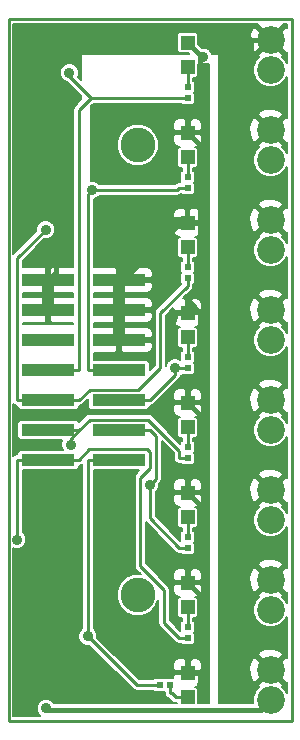
<source format=gtl>
G04 #@! TF.FileFunction,Copper,L1,Top,Signal*
%FSLAX46Y46*%
G04 Gerber Fmt 4.6, Leading zero omitted, Abs format (unit mm)*
G04 Created by KiCad (PCBNEW 0.201506082246+5724~23~ubuntu14.04.1-product) date Wed 10 Jun 2015 10:15:59 AM EDT*
%MOMM*%
G01*
G04 APERTURE LIST*
%ADD10C,0.100000*%
%ADD11C,0.228600*%
%ADD12C,2.336800*%
%ADD13R,4.495800X1.016000*%
%ADD14C,2.946400*%
%ADD15R,0.619760X0.619760*%
%ADD16R,1.193800X1.193800*%
%ADD17C,0.889000*%
%ADD18C,0.406400*%
%ADD19C,1.016000*%
%ADD20C,0.254000*%
%ADD21C,0.203200*%
G04 APERTURE END LIST*
D10*
D11*
X25400000Y-84836000D02*
X49364900Y-84836000D01*
X49364900Y-25400000D02*
X49364900Y-84836000D01*
X25400000Y-25400000D02*
X25400000Y-84836000D01*
X25400000Y-25400000D02*
X49364900Y-25400000D01*
D12*
X47586900Y-27178000D03*
X47586900Y-29718000D03*
X47586900Y-34798000D03*
X47586900Y-37338000D03*
X47586900Y-42418000D03*
X47586900Y-44958000D03*
X47586900Y-50038000D03*
X47586900Y-52578000D03*
X47586900Y-57658000D03*
X47586900Y-60198000D03*
X47586900Y-65278000D03*
X47586900Y-67818000D03*
X47586900Y-72898000D03*
X47586900Y-75438000D03*
X47586900Y-80518000D03*
X47586900Y-83058000D03*
D13*
X34747200Y-47498000D03*
X28752800Y-47498000D03*
X34747200Y-62738000D03*
X28752800Y-62738000D03*
X28752800Y-50038000D03*
X34747200Y-50038000D03*
X28752800Y-52578000D03*
X34747200Y-52578000D03*
X28752800Y-55118000D03*
X34747200Y-55118000D03*
X28752800Y-57658000D03*
X34747200Y-57658000D03*
X28752800Y-60198000D03*
X34747200Y-60198000D03*
D14*
X36334700Y-74168000D03*
X36334700Y-36068000D03*
D15*
X40557400Y-32072580D03*
X40557400Y-31173420D03*
X40557400Y-39692580D03*
X40557400Y-38793420D03*
X40557400Y-47312580D03*
X40557400Y-46413420D03*
X40557400Y-54932580D03*
X40557400Y-54033420D03*
X40557400Y-62552580D03*
X40557400Y-61653420D03*
X40557400Y-70172580D03*
X40557400Y-69273420D03*
X40557400Y-77792580D03*
X40557400Y-76893420D03*
X38202820Y-81788000D03*
X39101980Y-81788000D03*
D16*
X40557400Y-29502100D03*
X40557400Y-27393900D03*
X40557400Y-37122100D03*
X40557400Y-35013900D03*
X40557400Y-44742100D03*
X40557400Y-42633900D03*
X40557400Y-52362100D03*
X40557400Y-50253900D03*
X40557400Y-59982100D03*
X40557400Y-57873900D03*
X40557400Y-67602100D03*
X40557400Y-65493900D03*
X40557400Y-75222100D03*
X40557400Y-73113900D03*
X40557400Y-82842100D03*
X40557400Y-80733900D03*
D17*
X30397450Y-82423000D03*
X41611900Y-76561500D03*
X39254200Y-50881400D03*
X41838800Y-66696700D03*
X41881000Y-28619500D03*
X41611800Y-39351100D03*
X41749500Y-81747900D03*
X28586200Y-83774300D03*
X32118000Y-77650700D03*
X26123600Y-69471000D03*
X30556100Y-29952400D03*
X32432000Y-39878000D03*
X28552600Y-43228900D03*
X39526300Y-54932600D03*
X30679000Y-61424200D03*
X37376400Y-64832300D03*
D18*
X45957000Y-74527900D02*
X47586900Y-72898000D01*
X45957000Y-78888100D02*
X45957000Y-74527900D01*
X47586900Y-80518000D02*
X45957000Y-78888100D01*
X45960900Y-66904000D02*
X47586900Y-65278000D01*
X45960900Y-71272000D02*
X45960900Y-66904000D01*
X47586900Y-72898000D02*
X45960900Y-71272000D01*
X45960900Y-63652000D02*
X47586900Y-65278000D01*
X45960900Y-59284000D02*
X45960900Y-63652000D01*
X47586900Y-57658000D02*
X45960900Y-59284000D01*
X45960900Y-56032000D02*
X47586900Y-57658000D01*
X45960900Y-51664000D02*
X45960900Y-56032000D01*
X47586900Y-50038000D02*
X45960900Y-51664000D01*
D19*
X28752800Y-47498000D02*
X28752800Y-50038000D01*
D18*
X45922400Y-48373500D02*
X47586900Y-50038000D01*
X45922400Y-44082500D02*
X45922400Y-48373500D01*
X47586900Y-42418000D02*
X45922400Y-44082500D01*
X45960900Y-36424000D02*
X47586900Y-34798000D01*
X45960900Y-40792000D02*
X45960900Y-36424000D01*
X47586900Y-42418000D02*
X45960900Y-40792000D01*
X45912900Y-27178000D02*
X47586900Y-27178000D01*
X45048200Y-26313300D02*
X45912900Y-27178000D01*
X32873000Y-26313300D02*
X45048200Y-26313300D01*
X29461900Y-29724400D02*
X32873000Y-26313300D01*
X29461900Y-46788900D02*
X29461900Y-29724400D01*
X28752800Y-47498000D02*
X29461900Y-46788900D01*
X45912900Y-33124000D02*
X47586900Y-34798000D01*
X45912900Y-27178000D02*
X45912900Y-33124000D01*
D19*
X34747200Y-50038000D02*
X34747200Y-47498000D01*
X34747200Y-52578000D02*
X34747200Y-50038000D01*
D18*
X40557400Y-73113900D02*
X40557400Y-72059500D01*
X41611900Y-74168400D02*
X41611900Y-76561500D01*
X40557400Y-73113900D02*
X41611900Y-74168400D01*
D19*
X39611300Y-42633900D02*
X34747200Y-47498000D01*
X40557400Y-42633900D02*
X39611300Y-42633900D01*
D18*
X40557400Y-42633900D02*
X41446600Y-42633900D01*
X40557400Y-35013900D02*
X40557400Y-33959500D01*
X39503000Y-50632600D02*
X39254200Y-50881400D01*
X39503000Y-50253900D02*
X39503000Y-50632600D01*
X41611800Y-71005100D02*
X41611800Y-66696700D01*
X40557400Y-72059500D02*
X41611800Y-71005100D01*
X41611800Y-66696700D02*
X41838800Y-66696700D01*
X41611900Y-32905000D02*
X41611900Y-28619500D01*
X40557400Y-33959500D02*
X41611900Y-32905000D01*
X41611900Y-28448400D02*
X40557400Y-27393900D01*
X41611900Y-28619500D02*
X41611900Y-28448400D01*
X41611900Y-28619500D02*
X41881000Y-28619500D01*
X41446600Y-42633900D02*
X41611800Y-42633900D01*
X40557400Y-50253900D02*
X40557400Y-49199500D01*
X40557400Y-50253900D02*
X39503000Y-50253900D01*
X41611800Y-42633900D02*
X41611800Y-39351100D01*
X41611800Y-36068300D02*
X40557400Y-35013900D01*
X41611800Y-39351100D02*
X41611800Y-36068300D01*
X41611800Y-48145100D02*
X40557400Y-49199500D01*
X41611800Y-42633900D02*
X41611800Y-48145100D01*
X40557400Y-57873900D02*
X40557400Y-56819500D01*
X41611800Y-55765100D02*
X40557400Y-56819500D01*
X41611800Y-50253900D02*
X41611800Y-55765100D01*
X40557400Y-49199500D02*
X41611800Y-50253900D01*
X41611800Y-66548300D02*
X40557400Y-65493900D01*
X41611800Y-66696700D02*
X41611800Y-66548300D01*
X41611900Y-58928400D02*
X40557400Y-57873900D01*
X41611900Y-63385000D02*
X41611900Y-58928400D01*
X40557400Y-64439500D02*
X41611900Y-63385000D01*
X40557400Y-65493900D02*
X40557400Y-64439500D01*
X41611900Y-78625000D02*
X41611900Y-76561500D01*
X40557400Y-79679500D02*
X41611900Y-78625000D01*
X40557400Y-80733900D02*
X41611800Y-80733900D01*
X41611800Y-81610200D02*
X41749500Y-81747900D01*
X41611800Y-80733900D02*
X41611800Y-81610200D01*
X40557400Y-80733900D02*
X40557400Y-79679500D01*
X28714000Y-83902100D02*
X28586200Y-83774300D01*
X46742800Y-83902100D02*
X28714000Y-83902100D01*
X47586900Y-83058000D02*
X46742800Y-83902100D01*
D20*
X38202800Y-81788000D02*
X37511600Y-81788000D01*
X34747200Y-62738000D02*
X32118000Y-62738000D01*
X32118000Y-62738000D02*
X32118000Y-77650700D01*
X36255300Y-81788000D02*
X37511600Y-81788000D01*
X32118000Y-77650700D02*
X36255300Y-81788000D01*
X28752800Y-62738000D02*
X31329800Y-62738000D01*
X38581800Y-76508200D02*
X39866200Y-77792600D01*
X38581800Y-73712700D02*
X38581800Y-76508200D01*
X36550500Y-71681400D02*
X38581800Y-73712700D01*
X36550500Y-64229700D02*
X36550500Y-71681400D01*
X37376400Y-63403800D02*
X36550500Y-64229700D01*
X37376400Y-62063400D02*
X37376400Y-63403800D01*
X37153100Y-61840100D02*
X37376400Y-62063400D01*
X32227700Y-61840100D02*
X37153100Y-61840100D01*
X31329800Y-62738000D02*
X32227700Y-61840100D01*
X40557400Y-77792600D02*
X39866200Y-77792600D01*
X28752800Y-62738000D02*
X26123600Y-62738000D01*
X26123600Y-62738000D02*
X26123600Y-69471000D01*
X28752800Y-55118000D02*
X31382000Y-55118000D01*
X30556100Y-30256500D02*
X30556100Y-29952400D01*
X32372200Y-32072600D02*
X30556100Y-30256500D01*
X40557400Y-32072600D02*
X32372200Y-32072600D01*
X31382000Y-33062800D02*
X31382000Y-55118000D01*
X32372200Y-32072600D02*
X31382000Y-33062800D01*
X40557400Y-39692600D02*
X39866200Y-39692600D01*
X34747200Y-55118000D02*
X32118000Y-55118000D01*
X39680800Y-39878000D02*
X39866200Y-39692600D01*
X32432000Y-39878000D02*
X39680800Y-39878000D01*
X32118000Y-40192000D02*
X32118000Y-55118000D01*
X32432000Y-39878000D02*
X32118000Y-40192000D01*
X26123600Y-45657900D02*
X26123600Y-57658000D01*
X28552600Y-43228900D02*
X26123600Y-45657900D01*
X27438200Y-57658000D02*
X26123600Y-57658000D01*
X27438200Y-57658000D02*
X28752800Y-57658000D01*
X28752800Y-57658000D02*
X31382000Y-57658000D01*
X40557400Y-47312600D02*
X40557400Y-48003800D01*
X32271300Y-56768700D02*
X31382000Y-57658000D01*
X36394600Y-56768700D02*
X32271300Y-56768700D01*
X38246100Y-54917200D02*
X36394600Y-56768700D01*
X38246100Y-50315100D02*
X38246100Y-54917200D01*
X40557400Y-48003800D02*
X38246100Y-50315100D01*
X40557400Y-54932600D02*
X39866200Y-54932600D01*
X34747200Y-57658000D02*
X37376400Y-57658000D01*
X39866200Y-54932600D02*
X39526300Y-54932600D01*
X39526300Y-55508100D02*
X37376400Y-57658000D01*
X39526300Y-54932600D02*
X39526300Y-55508100D01*
X28752800Y-60198000D02*
X31382000Y-60198000D01*
X32271400Y-59308600D02*
X31382000Y-60198000D01*
X37211100Y-59308600D02*
X32271400Y-59308600D01*
X39866200Y-61963700D02*
X37211100Y-59308600D01*
X39866200Y-62552600D02*
X39866200Y-61963700D01*
X40557400Y-62552600D02*
X39866200Y-62552600D01*
X30679000Y-60918000D02*
X30679000Y-61424200D01*
X31382000Y-60215000D02*
X30679000Y-60918000D01*
X31382000Y-60198000D02*
X31382000Y-60215000D01*
X34747200Y-60198000D02*
X37376400Y-60198000D01*
X40557400Y-70172600D02*
X39866200Y-70172600D01*
X37376400Y-67682800D02*
X39866200Y-70172600D01*
X37376400Y-64832300D02*
X37376400Y-67682800D01*
X37884700Y-60706300D02*
X37376400Y-60198000D01*
X37884700Y-64324000D02*
X37884700Y-60706300D01*
X37376400Y-64832300D02*
X37884700Y-64324000D01*
X40557400Y-29502100D02*
X40557400Y-31173400D01*
X40557400Y-37122100D02*
X40557400Y-38793400D01*
X40557400Y-44742100D02*
X40557400Y-46413400D01*
X40557400Y-52362100D02*
X40557400Y-54033400D01*
X40557400Y-59982100D02*
X40557400Y-61653400D01*
X40557400Y-67602100D02*
X40557400Y-69273400D01*
X40557400Y-75222100D02*
X40557400Y-76893400D01*
X39216300Y-82479200D02*
X39102000Y-82479200D01*
X39579200Y-82842100D02*
X39216300Y-82479200D01*
X40557400Y-82842100D02*
X39579200Y-82842100D01*
X39102000Y-81788000D02*
X39102000Y-82479200D01*
D21*
G36*
X48945800Y-82489002D02*
X48836547Y-82224589D01*
X48573691Y-81961274D01*
X48648284Y-81794910D01*
X47586900Y-80733526D01*
X47371374Y-80949052D01*
X47371374Y-80518000D01*
X46309990Y-79456616D01*
X46035901Y-79579509D01*
X45794818Y-80244490D01*
X45826565Y-80951110D01*
X46035901Y-81456491D01*
X46309990Y-81579384D01*
X47371374Y-80518000D01*
X47371374Y-80949052D01*
X46525516Y-81794910D01*
X46600167Y-81961406D01*
X46338710Y-82222409D01*
X46113956Y-82763677D01*
X46113450Y-83343300D01*
X43199050Y-83343300D01*
X43199050Y-28448000D01*
X43191316Y-28409119D01*
X43169292Y-28376158D01*
X43136331Y-28354134D01*
X43097450Y-28346400D01*
X42633867Y-28346400D01*
X42559687Y-28166872D01*
X42334812Y-27941604D01*
X42040848Y-27819539D01*
X41773067Y-27819305D01*
X41465071Y-27511309D01*
X41465071Y-26797000D01*
X41442522Y-26680781D01*
X41375423Y-26578635D01*
X41274127Y-26510259D01*
X41154300Y-26486229D01*
X39960500Y-26486229D01*
X39844281Y-26508778D01*
X39742135Y-26575877D01*
X39673759Y-26677173D01*
X39649729Y-26797000D01*
X39649729Y-27990800D01*
X39672278Y-28107019D01*
X39739377Y-28209165D01*
X39840673Y-28277541D01*
X39960500Y-28301571D01*
X40674809Y-28301571D01*
X40719638Y-28346400D01*
X31667450Y-28346400D01*
X31628569Y-28354134D01*
X31595608Y-28376158D01*
X31573584Y-28409119D01*
X31565850Y-28448000D01*
X31565850Y-30583750D01*
X31279273Y-30297173D01*
X31356061Y-30112248D01*
X31356339Y-29793948D01*
X31234787Y-29499772D01*
X31009912Y-29274504D01*
X30715948Y-29152439D01*
X30397648Y-29152161D01*
X30103472Y-29273713D01*
X29878204Y-29498588D01*
X29756139Y-29792552D01*
X29755861Y-30110852D01*
X29877413Y-30405028D01*
X30102288Y-30630296D01*
X30350436Y-30733336D01*
X31565850Y-31948750D01*
X31565850Y-32196450D01*
X31040750Y-32721550D01*
X30936136Y-32878117D01*
X30899400Y-33062800D01*
X30899400Y-46380400D01*
X30879443Y-46380400D01*
X29057600Y-46380400D01*
X28905200Y-46532800D01*
X28905200Y-47345600D01*
X28925200Y-47345600D01*
X28925200Y-47650400D01*
X28905200Y-47650400D01*
X28905200Y-48463200D01*
X29057600Y-48615600D01*
X30879443Y-48615600D01*
X30899400Y-48615600D01*
X30899400Y-48920400D01*
X30879443Y-48920400D01*
X29057600Y-48920400D01*
X28905200Y-49072800D01*
X28905200Y-49885600D01*
X28925200Y-49885600D01*
X28925200Y-50190400D01*
X28905200Y-50190400D01*
X28905200Y-51003200D01*
X29057600Y-51155600D01*
X30879443Y-51155600D01*
X30899400Y-51155600D01*
X30899400Y-51206400D01*
X26606200Y-51206400D01*
X26606200Y-51155600D01*
X26626157Y-51155600D01*
X28448000Y-51155600D01*
X28600400Y-51003200D01*
X28600400Y-50190400D01*
X28580400Y-50190400D01*
X28580400Y-49885600D01*
X28600400Y-49885600D01*
X28600400Y-49072800D01*
X28448000Y-48920400D01*
X26626157Y-48920400D01*
X26606200Y-48920400D01*
X26606200Y-48615600D01*
X26626157Y-48615600D01*
X28448000Y-48615600D01*
X28600400Y-48463200D01*
X28600400Y-47650400D01*
X28580400Y-47650400D01*
X28580400Y-47345600D01*
X28600400Y-47345600D01*
X28600400Y-46532800D01*
X28448000Y-46380400D01*
X26626157Y-46380400D01*
X26606200Y-46380400D01*
X26606200Y-45857800D01*
X28435102Y-44028897D01*
X28711052Y-44029139D01*
X29005228Y-43907587D01*
X29230496Y-43682712D01*
X29352561Y-43388748D01*
X29352839Y-43070448D01*
X29231287Y-42776272D01*
X29006412Y-42551004D01*
X28712448Y-42428939D01*
X28394148Y-42428661D01*
X28099972Y-42550213D01*
X27874704Y-42775088D01*
X27752639Y-43069052D01*
X27752396Y-43346603D01*
X25819100Y-45279900D01*
X25819100Y-25819100D01*
X46562277Y-25819100D01*
X46525516Y-25901090D01*
X47586900Y-26962474D01*
X48648284Y-25901090D01*
X48611522Y-25819100D01*
X48945800Y-25819100D01*
X48945800Y-26153377D01*
X48863810Y-26116616D01*
X47802426Y-27178000D01*
X48863810Y-28239384D01*
X48945800Y-28202622D01*
X48945800Y-29149002D01*
X48836547Y-28884589D01*
X48573691Y-28621274D01*
X48648284Y-28454910D01*
X47586900Y-27393526D01*
X47371374Y-27609052D01*
X47371374Y-27178000D01*
X46309990Y-26116616D01*
X46035901Y-26239509D01*
X45794818Y-26904490D01*
X45826565Y-27611110D01*
X46035901Y-28116491D01*
X46309990Y-28239384D01*
X47371374Y-27178000D01*
X47371374Y-27609052D01*
X46525516Y-28454910D01*
X46600167Y-28621406D01*
X46338710Y-28882409D01*
X46113956Y-29423677D01*
X46113445Y-30009752D01*
X46337253Y-30551411D01*
X46751309Y-30966190D01*
X47292577Y-31190944D01*
X47878652Y-31191455D01*
X48420311Y-30967647D01*
X48835090Y-30553591D01*
X48945800Y-30286971D01*
X48945800Y-33773377D01*
X48863810Y-33736616D01*
X48648284Y-33952142D01*
X48648284Y-33521090D01*
X48525391Y-33247001D01*
X47860410Y-33005918D01*
X47153790Y-33037665D01*
X46648409Y-33247001D01*
X46525516Y-33521090D01*
X47586900Y-34582474D01*
X48648284Y-33521090D01*
X48648284Y-33952142D01*
X47802426Y-34798000D01*
X48863810Y-35859384D01*
X48945800Y-35822622D01*
X48945800Y-36769002D01*
X48836547Y-36504589D01*
X48573691Y-36241274D01*
X48648284Y-36074910D01*
X47586900Y-35013526D01*
X47371374Y-35229052D01*
X47371374Y-34798000D01*
X46309990Y-33736616D01*
X46035901Y-33859509D01*
X45794818Y-34524490D01*
X45826565Y-35231110D01*
X46035901Y-35736491D01*
X46309990Y-35859384D01*
X47371374Y-34798000D01*
X47371374Y-35229052D01*
X46525516Y-36074910D01*
X46600167Y-36241406D01*
X46338710Y-36502409D01*
X46113956Y-37043677D01*
X46113445Y-37629752D01*
X46337253Y-38171411D01*
X46751309Y-38586190D01*
X47292577Y-38810944D01*
X47878652Y-38811455D01*
X48420311Y-38587647D01*
X48835090Y-38173591D01*
X48945800Y-37906971D01*
X48945800Y-41393377D01*
X48863810Y-41356616D01*
X48648284Y-41572142D01*
X48648284Y-41141090D01*
X48525391Y-40867001D01*
X47860410Y-40625918D01*
X47153790Y-40657665D01*
X46648409Y-40867001D01*
X46525516Y-41141090D01*
X47586900Y-42202474D01*
X48648284Y-41141090D01*
X48648284Y-41572142D01*
X47802426Y-42418000D01*
X48863810Y-43479384D01*
X48945800Y-43442622D01*
X48945800Y-44389002D01*
X48836547Y-44124589D01*
X48573691Y-43861274D01*
X48648284Y-43694910D01*
X47586900Y-42633526D01*
X47371374Y-42849052D01*
X47371374Y-42418000D01*
X46309990Y-41356616D01*
X46035901Y-41479509D01*
X45794818Y-42144490D01*
X45826565Y-42851110D01*
X46035901Y-43356491D01*
X46309990Y-43479384D01*
X47371374Y-42418000D01*
X47371374Y-42849052D01*
X46525516Y-43694910D01*
X46600167Y-43861406D01*
X46338710Y-44122409D01*
X46113956Y-44663677D01*
X46113445Y-45249752D01*
X46337253Y-45791411D01*
X46751309Y-46206190D01*
X47292577Y-46430944D01*
X47878652Y-46431455D01*
X48420311Y-46207647D01*
X48835090Y-45793591D01*
X48945800Y-45526971D01*
X48945800Y-49013377D01*
X48863810Y-48976616D01*
X48648284Y-49192142D01*
X48648284Y-48761090D01*
X48525391Y-48487001D01*
X47860410Y-48245918D01*
X47153790Y-48277665D01*
X46648409Y-48487001D01*
X46525516Y-48761090D01*
X47586900Y-49822474D01*
X48648284Y-48761090D01*
X48648284Y-49192142D01*
X47802426Y-50038000D01*
X48863810Y-51099384D01*
X48945800Y-51062622D01*
X48945800Y-52009002D01*
X48836547Y-51744589D01*
X48573691Y-51481274D01*
X48648284Y-51314910D01*
X47586900Y-50253526D01*
X47371374Y-50469052D01*
X47371374Y-50038000D01*
X46309990Y-48976616D01*
X46035901Y-49099509D01*
X45794818Y-49764490D01*
X45826565Y-50471110D01*
X46035901Y-50976491D01*
X46309990Y-51099384D01*
X47371374Y-50038000D01*
X47371374Y-50469052D01*
X46525516Y-51314910D01*
X46600167Y-51481406D01*
X46338710Y-51742409D01*
X46113956Y-52283677D01*
X46113445Y-52869752D01*
X46337253Y-53411411D01*
X46751309Y-53826190D01*
X47292577Y-54050944D01*
X47878652Y-54051455D01*
X48420311Y-53827647D01*
X48835090Y-53413591D01*
X48945800Y-53146971D01*
X48945800Y-56633377D01*
X48863810Y-56596616D01*
X48648284Y-56812142D01*
X48648284Y-56381090D01*
X48525391Y-56107001D01*
X47860410Y-55865918D01*
X47153790Y-55897665D01*
X46648409Y-56107001D01*
X46525516Y-56381090D01*
X47586900Y-57442474D01*
X48648284Y-56381090D01*
X48648284Y-56812142D01*
X47802426Y-57658000D01*
X48863810Y-58719384D01*
X48945800Y-58682622D01*
X48945800Y-59629002D01*
X48836547Y-59364589D01*
X48573691Y-59101274D01*
X48648284Y-58934910D01*
X47586900Y-57873526D01*
X47371374Y-58089052D01*
X47371374Y-57658000D01*
X46309990Y-56596616D01*
X46035901Y-56719509D01*
X45794818Y-57384490D01*
X45826565Y-58091110D01*
X46035901Y-58596491D01*
X46309990Y-58719384D01*
X47371374Y-57658000D01*
X47371374Y-58089052D01*
X46525516Y-58934910D01*
X46600167Y-59101406D01*
X46338710Y-59362409D01*
X46113956Y-59903677D01*
X46113445Y-60489752D01*
X46337253Y-61031411D01*
X46751309Y-61446190D01*
X47292577Y-61670944D01*
X47878652Y-61671455D01*
X48420311Y-61447647D01*
X48835090Y-61033591D01*
X48945800Y-60766971D01*
X48945800Y-64253377D01*
X48863810Y-64216616D01*
X48648284Y-64432142D01*
X48648284Y-64001090D01*
X48525391Y-63727001D01*
X47860410Y-63485918D01*
X47153790Y-63517665D01*
X46648409Y-63727001D01*
X46525516Y-64001090D01*
X47586900Y-65062474D01*
X48648284Y-64001090D01*
X48648284Y-64432142D01*
X47802426Y-65278000D01*
X48863810Y-66339384D01*
X48945800Y-66302622D01*
X48945800Y-67249002D01*
X48836547Y-66984589D01*
X48573691Y-66721274D01*
X48648284Y-66554910D01*
X47586900Y-65493526D01*
X47371374Y-65709052D01*
X47371374Y-65278000D01*
X46309990Y-64216616D01*
X46035901Y-64339509D01*
X45794818Y-65004490D01*
X45826565Y-65711110D01*
X46035901Y-66216491D01*
X46309990Y-66339384D01*
X47371374Y-65278000D01*
X47371374Y-65709052D01*
X46525516Y-66554910D01*
X46600167Y-66721406D01*
X46338710Y-66982409D01*
X46113956Y-67523677D01*
X46113445Y-68109752D01*
X46337253Y-68651411D01*
X46751309Y-69066190D01*
X47292577Y-69290944D01*
X47878652Y-69291455D01*
X48420311Y-69067647D01*
X48835090Y-68653591D01*
X48945800Y-68386971D01*
X48945800Y-71873377D01*
X48863810Y-71836616D01*
X48648284Y-72052142D01*
X48648284Y-71621090D01*
X48525391Y-71347001D01*
X47860410Y-71105918D01*
X47153790Y-71137665D01*
X46648409Y-71347001D01*
X46525516Y-71621090D01*
X47586900Y-72682474D01*
X48648284Y-71621090D01*
X48648284Y-72052142D01*
X47802426Y-72898000D01*
X48863810Y-73959384D01*
X48945800Y-73922622D01*
X48945800Y-74869002D01*
X48836547Y-74604589D01*
X48573691Y-74341274D01*
X48648284Y-74174910D01*
X47586900Y-73113526D01*
X47371374Y-73329052D01*
X47371374Y-72898000D01*
X46309990Y-71836616D01*
X46035901Y-71959509D01*
X45794818Y-72624490D01*
X45826565Y-73331110D01*
X46035901Y-73836491D01*
X46309990Y-73959384D01*
X47371374Y-72898000D01*
X47371374Y-73329052D01*
X46525516Y-74174910D01*
X46600167Y-74341406D01*
X46338710Y-74602409D01*
X46113956Y-75143677D01*
X46113445Y-75729752D01*
X46337253Y-76271411D01*
X46751309Y-76686190D01*
X47292577Y-76910944D01*
X47878652Y-76911455D01*
X48420311Y-76687647D01*
X48835090Y-76273591D01*
X48945800Y-76006971D01*
X48945800Y-79493377D01*
X48863810Y-79456616D01*
X48648284Y-79672142D01*
X48648284Y-79241090D01*
X48525391Y-78967001D01*
X47860410Y-78725918D01*
X47153790Y-78757665D01*
X46648409Y-78967001D01*
X46525516Y-79241090D01*
X47586900Y-80302474D01*
X48648284Y-79241090D01*
X48648284Y-79672142D01*
X47802426Y-80518000D01*
X48863810Y-81579384D01*
X48945800Y-81542622D01*
X48945800Y-82489002D01*
X48945800Y-82489002D01*
G37*
X48945800Y-82489002D02*
X48836547Y-82224589D01*
X48573691Y-81961274D01*
X48648284Y-81794910D01*
X47586900Y-80733526D01*
X47371374Y-80949052D01*
X47371374Y-80518000D01*
X46309990Y-79456616D01*
X46035901Y-79579509D01*
X45794818Y-80244490D01*
X45826565Y-80951110D01*
X46035901Y-81456491D01*
X46309990Y-81579384D01*
X47371374Y-80518000D01*
X47371374Y-80949052D01*
X46525516Y-81794910D01*
X46600167Y-81961406D01*
X46338710Y-82222409D01*
X46113956Y-82763677D01*
X46113450Y-83343300D01*
X43199050Y-83343300D01*
X43199050Y-28448000D01*
X43191316Y-28409119D01*
X43169292Y-28376158D01*
X43136331Y-28354134D01*
X43097450Y-28346400D01*
X42633867Y-28346400D01*
X42559687Y-28166872D01*
X42334812Y-27941604D01*
X42040848Y-27819539D01*
X41773067Y-27819305D01*
X41465071Y-27511309D01*
X41465071Y-26797000D01*
X41442522Y-26680781D01*
X41375423Y-26578635D01*
X41274127Y-26510259D01*
X41154300Y-26486229D01*
X39960500Y-26486229D01*
X39844281Y-26508778D01*
X39742135Y-26575877D01*
X39673759Y-26677173D01*
X39649729Y-26797000D01*
X39649729Y-27990800D01*
X39672278Y-28107019D01*
X39739377Y-28209165D01*
X39840673Y-28277541D01*
X39960500Y-28301571D01*
X40674809Y-28301571D01*
X40719638Y-28346400D01*
X31667450Y-28346400D01*
X31628569Y-28354134D01*
X31595608Y-28376158D01*
X31573584Y-28409119D01*
X31565850Y-28448000D01*
X31565850Y-30583750D01*
X31279273Y-30297173D01*
X31356061Y-30112248D01*
X31356339Y-29793948D01*
X31234787Y-29499772D01*
X31009912Y-29274504D01*
X30715948Y-29152439D01*
X30397648Y-29152161D01*
X30103472Y-29273713D01*
X29878204Y-29498588D01*
X29756139Y-29792552D01*
X29755861Y-30110852D01*
X29877413Y-30405028D01*
X30102288Y-30630296D01*
X30350436Y-30733336D01*
X31565850Y-31948750D01*
X31565850Y-32196450D01*
X31040750Y-32721550D01*
X30936136Y-32878117D01*
X30899400Y-33062800D01*
X30899400Y-46380400D01*
X30879443Y-46380400D01*
X29057600Y-46380400D01*
X28905200Y-46532800D01*
X28905200Y-47345600D01*
X28925200Y-47345600D01*
X28925200Y-47650400D01*
X28905200Y-47650400D01*
X28905200Y-48463200D01*
X29057600Y-48615600D01*
X30879443Y-48615600D01*
X30899400Y-48615600D01*
X30899400Y-48920400D01*
X30879443Y-48920400D01*
X29057600Y-48920400D01*
X28905200Y-49072800D01*
X28905200Y-49885600D01*
X28925200Y-49885600D01*
X28925200Y-50190400D01*
X28905200Y-50190400D01*
X28905200Y-51003200D01*
X29057600Y-51155600D01*
X30879443Y-51155600D01*
X30899400Y-51155600D01*
X30899400Y-51206400D01*
X26606200Y-51206400D01*
X26606200Y-51155600D01*
X26626157Y-51155600D01*
X28448000Y-51155600D01*
X28600400Y-51003200D01*
X28600400Y-50190400D01*
X28580400Y-50190400D01*
X28580400Y-49885600D01*
X28600400Y-49885600D01*
X28600400Y-49072800D01*
X28448000Y-48920400D01*
X26626157Y-48920400D01*
X26606200Y-48920400D01*
X26606200Y-48615600D01*
X26626157Y-48615600D01*
X28448000Y-48615600D01*
X28600400Y-48463200D01*
X28600400Y-47650400D01*
X28580400Y-47650400D01*
X28580400Y-47345600D01*
X28600400Y-47345600D01*
X28600400Y-46532800D01*
X28448000Y-46380400D01*
X26626157Y-46380400D01*
X26606200Y-46380400D01*
X26606200Y-45857800D01*
X28435102Y-44028897D01*
X28711052Y-44029139D01*
X29005228Y-43907587D01*
X29230496Y-43682712D01*
X29352561Y-43388748D01*
X29352839Y-43070448D01*
X29231287Y-42776272D01*
X29006412Y-42551004D01*
X28712448Y-42428939D01*
X28394148Y-42428661D01*
X28099972Y-42550213D01*
X27874704Y-42775088D01*
X27752639Y-43069052D01*
X27752396Y-43346603D01*
X25819100Y-45279900D01*
X25819100Y-25819100D01*
X46562277Y-25819100D01*
X46525516Y-25901090D01*
X47586900Y-26962474D01*
X48648284Y-25901090D01*
X48611522Y-25819100D01*
X48945800Y-25819100D01*
X48945800Y-26153377D01*
X48863810Y-26116616D01*
X47802426Y-27178000D01*
X48863810Y-28239384D01*
X48945800Y-28202622D01*
X48945800Y-29149002D01*
X48836547Y-28884589D01*
X48573691Y-28621274D01*
X48648284Y-28454910D01*
X47586900Y-27393526D01*
X47371374Y-27609052D01*
X47371374Y-27178000D01*
X46309990Y-26116616D01*
X46035901Y-26239509D01*
X45794818Y-26904490D01*
X45826565Y-27611110D01*
X46035901Y-28116491D01*
X46309990Y-28239384D01*
X47371374Y-27178000D01*
X47371374Y-27609052D01*
X46525516Y-28454910D01*
X46600167Y-28621406D01*
X46338710Y-28882409D01*
X46113956Y-29423677D01*
X46113445Y-30009752D01*
X46337253Y-30551411D01*
X46751309Y-30966190D01*
X47292577Y-31190944D01*
X47878652Y-31191455D01*
X48420311Y-30967647D01*
X48835090Y-30553591D01*
X48945800Y-30286971D01*
X48945800Y-33773377D01*
X48863810Y-33736616D01*
X48648284Y-33952142D01*
X48648284Y-33521090D01*
X48525391Y-33247001D01*
X47860410Y-33005918D01*
X47153790Y-33037665D01*
X46648409Y-33247001D01*
X46525516Y-33521090D01*
X47586900Y-34582474D01*
X48648284Y-33521090D01*
X48648284Y-33952142D01*
X47802426Y-34798000D01*
X48863810Y-35859384D01*
X48945800Y-35822622D01*
X48945800Y-36769002D01*
X48836547Y-36504589D01*
X48573691Y-36241274D01*
X48648284Y-36074910D01*
X47586900Y-35013526D01*
X47371374Y-35229052D01*
X47371374Y-34798000D01*
X46309990Y-33736616D01*
X46035901Y-33859509D01*
X45794818Y-34524490D01*
X45826565Y-35231110D01*
X46035901Y-35736491D01*
X46309990Y-35859384D01*
X47371374Y-34798000D01*
X47371374Y-35229052D01*
X46525516Y-36074910D01*
X46600167Y-36241406D01*
X46338710Y-36502409D01*
X46113956Y-37043677D01*
X46113445Y-37629752D01*
X46337253Y-38171411D01*
X46751309Y-38586190D01*
X47292577Y-38810944D01*
X47878652Y-38811455D01*
X48420311Y-38587647D01*
X48835090Y-38173591D01*
X48945800Y-37906971D01*
X48945800Y-41393377D01*
X48863810Y-41356616D01*
X48648284Y-41572142D01*
X48648284Y-41141090D01*
X48525391Y-40867001D01*
X47860410Y-40625918D01*
X47153790Y-40657665D01*
X46648409Y-40867001D01*
X46525516Y-41141090D01*
X47586900Y-42202474D01*
X48648284Y-41141090D01*
X48648284Y-41572142D01*
X47802426Y-42418000D01*
X48863810Y-43479384D01*
X48945800Y-43442622D01*
X48945800Y-44389002D01*
X48836547Y-44124589D01*
X48573691Y-43861274D01*
X48648284Y-43694910D01*
X47586900Y-42633526D01*
X47371374Y-42849052D01*
X47371374Y-42418000D01*
X46309990Y-41356616D01*
X46035901Y-41479509D01*
X45794818Y-42144490D01*
X45826565Y-42851110D01*
X46035901Y-43356491D01*
X46309990Y-43479384D01*
X47371374Y-42418000D01*
X47371374Y-42849052D01*
X46525516Y-43694910D01*
X46600167Y-43861406D01*
X46338710Y-44122409D01*
X46113956Y-44663677D01*
X46113445Y-45249752D01*
X46337253Y-45791411D01*
X46751309Y-46206190D01*
X47292577Y-46430944D01*
X47878652Y-46431455D01*
X48420311Y-46207647D01*
X48835090Y-45793591D01*
X48945800Y-45526971D01*
X48945800Y-49013377D01*
X48863810Y-48976616D01*
X48648284Y-49192142D01*
X48648284Y-48761090D01*
X48525391Y-48487001D01*
X47860410Y-48245918D01*
X47153790Y-48277665D01*
X46648409Y-48487001D01*
X46525516Y-48761090D01*
X47586900Y-49822474D01*
X48648284Y-48761090D01*
X48648284Y-49192142D01*
X47802426Y-50038000D01*
X48863810Y-51099384D01*
X48945800Y-51062622D01*
X48945800Y-52009002D01*
X48836547Y-51744589D01*
X48573691Y-51481274D01*
X48648284Y-51314910D01*
X47586900Y-50253526D01*
X47371374Y-50469052D01*
X47371374Y-50038000D01*
X46309990Y-48976616D01*
X46035901Y-49099509D01*
X45794818Y-49764490D01*
X45826565Y-50471110D01*
X46035901Y-50976491D01*
X46309990Y-51099384D01*
X47371374Y-50038000D01*
X47371374Y-50469052D01*
X46525516Y-51314910D01*
X46600167Y-51481406D01*
X46338710Y-51742409D01*
X46113956Y-52283677D01*
X46113445Y-52869752D01*
X46337253Y-53411411D01*
X46751309Y-53826190D01*
X47292577Y-54050944D01*
X47878652Y-54051455D01*
X48420311Y-53827647D01*
X48835090Y-53413591D01*
X48945800Y-53146971D01*
X48945800Y-56633377D01*
X48863810Y-56596616D01*
X48648284Y-56812142D01*
X48648284Y-56381090D01*
X48525391Y-56107001D01*
X47860410Y-55865918D01*
X47153790Y-55897665D01*
X46648409Y-56107001D01*
X46525516Y-56381090D01*
X47586900Y-57442474D01*
X48648284Y-56381090D01*
X48648284Y-56812142D01*
X47802426Y-57658000D01*
X48863810Y-58719384D01*
X48945800Y-58682622D01*
X48945800Y-59629002D01*
X48836547Y-59364589D01*
X48573691Y-59101274D01*
X48648284Y-58934910D01*
X47586900Y-57873526D01*
X47371374Y-58089052D01*
X47371374Y-57658000D01*
X46309990Y-56596616D01*
X46035901Y-56719509D01*
X45794818Y-57384490D01*
X45826565Y-58091110D01*
X46035901Y-58596491D01*
X46309990Y-58719384D01*
X47371374Y-57658000D01*
X47371374Y-58089052D01*
X46525516Y-58934910D01*
X46600167Y-59101406D01*
X46338710Y-59362409D01*
X46113956Y-59903677D01*
X46113445Y-60489752D01*
X46337253Y-61031411D01*
X46751309Y-61446190D01*
X47292577Y-61670944D01*
X47878652Y-61671455D01*
X48420311Y-61447647D01*
X48835090Y-61033591D01*
X48945800Y-60766971D01*
X48945800Y-64253377D01*
X48863810Y-64216616D01*
X48648284Y-64432142D01*
X48648284Y-64001090D01*
X48525391Y-63727001D01*
X47860410Y-63485918D01*
X47153790Y-63517665D01*
X46648409Y-63727001D01*
X46525516Y-64001090D01*
X47586900Y-65062474D01*
X48648284Y-64001090D01*
X48648284Y-64432142D01*
X47802426Y-65278000D01*
X48863810Y-66339384D01*
X48945800Y-66302622D01*
X48945800Y-67249002D01*
X48836547Y-66984589D01*
X48573691Y-66721274D01*
X48648284Y-66554910D01*
X47586900Y-65493526D01*
X47371374Y-65709052D01*
X47371374Y-65278000D01*
X46309990Y-64216616D01*
X46035901Y-64339509D01*
X45794818Y-65004490D01*
X45826565Y-65711110D01*
X46035901Y-66216491D01*
X46309990Y-66339384D01*
X47371374Y-65278000D01*
X47371374Y-65709052D01*
X46525516Y-66554910D01*
X46600167Y-66721406D01*
X46338710Y-66982409D01*
X46113956Y-67523677D01*
X46113445Y-68109752D01*
X46337253Y-68651411D01*
X46751309Y-69066190D01*
X47292577Y-69290944D01*
X47878652Y-69291455D01*
X48420311Y-69067647D01*
X48835090Y-68653591D01*
X48945800Y-68386971D01*
X48945800Y-71873377D01*
X48863810Y-71836616D01*
X48648284Y-72052142D01*
X48648284Y-71621090D01*
X48525391Y-71347001D01*
X47860410Y-71105918D01*
X47153790Y-71137665D01*
X46648409Y-71347001D01*
X46525516Y-71621090D01*
X47586900Y-72682474D01*
X48648284Y-71621090D01*
X48648284Y-72052142D01*
X47802426Y-72898000D01*
X48863810Y-73959384D01*
X48945800Y-73922622D01*
X48945800Y-74869002D01*
X48836547Y-74604589D01*
X48573691Y-74341274D01*
X48648284Y-74174910D01*
X47586900Y-73113526D01*
X47371374Y-73329052D01*
X47371374Y-72898000D01*
X46309990Y-71836616D01*
X46035901Y-71959509D01*
X45794818Y-72624490D01*
X45826565Y-73331110D01*
X46035901Y-73836491D01*
X46309990Y-73959384D01*
X47371374Y-72898000D01*
X47371374Y-73329052D01*
X46525516Y-74174910D01*
X46600167Y-74341406D01*
X46338710Y-74602409D01*
X46113956Y-75143677D01*
X46113445Y-75729752D01*
X46337253Y-76271411D01*
X46751309Y-76686190D01*
X47292577Y-76910944D01*
X47878652Y-76911455D01*
X48420311Y-76687647D01*
X48835090Y-76273591D01*
X48945800Y-76006971D01*
X48945800Y-79493377D01*
X48863810Y-79456616D01*
X48648284Y-79672142D01*
X48648284Y-79241090D01*
X48525391Y-78967001D01*
X47860410Y-78725918D01*
X47153790Y-78757665D01*
X46648409Y-78967001D01*
X46525516Y-79241090D01*
X47586900Y-80302474D01*
X48648284Y-79241090D01*
X48648284Y-79672142D01*
X47802426Y-80518000D01*
X48863810Y-81579384D01*
X48945800Y-81542622D01*
X48945800Y-82489002D01*
G36*
X39649729Y-83343300D02*
X29273823Y-83343300D01*
X29264887Y-83321672D01*
X29040012Y-83096404D01*
X28746048Y-82974339D01*
X28427748Y-82974061D01*
X28133572Y-83095613D01*
X27908304Y-83320488D01*
X27786239Y-83614452D01*
X27785961Y-83932752D01*
X27907513Y-84226928D01*
X28097153Y-84416900D01*
X25819100Y-84416900D01*
X25819100Y-70210896D01*
X25963752Y-70270961D01*
X26282052Y-70271239D01*
X26576228Y-70149687D01*
X26801496Y-69924812D01*
X26923561Y-69630848D01*
X26923839Y-69312548D01*
X26802287Y-69018372D01*
X26606200Y-68821942D01*
X26606200Y-63608567D01*
X31000700Y-63608567D01*
X31136289Y-63582259D01*
X31255459Y-63503977D01*
X31335231Y-63385799D01*
X31363267Y-63246000D01*
X31363267Y-63213942D01*
X31514483Y-63183864D01*
X31635400Y-63103070D01*
X31635400Y-77001932D01*
X31440104Y-77196888D01*
X31318039Y-77490852D01*
X31317761Y-77809152D01*
X31439313Y-78103328D01*
X31664188Y-78328596D01*
X31958152Y-78450661D01*
X32235703Y-78450903D01*
X35914050Y-82129250D01*
X36070617Y-82233864D01*
X36255300Y-82270601D01*
X36255300Y-82270600D01*
X36255305Y-82270600D01*
X37511600Y-82270600D01*
X37641833Y-82270600D01*
X37671817Y-82316245D01*
X37773113Y-82384621D01*
X37892940Y-82408651D01*
X38512700Y-82408651D01*
X38619400Y-82387948D01*
X38619400Y-82479200D01*
X38656136Y-82663883D01*
X38760750Y-82820450D01*
X38917317Y-82925064D01*
X38995145Y-82940545D01*
X39237950Y-83183350D01*
X39394517Y-83287964D01*
X39579200Y-83324700D01*
X39649729Y-83324700D01*
X39649729Y-83343300D01*
X39649729Y-83343300D01*
G37*
X39649729Y-83343300D02*
X29273823Y-83343300D01*
X29264887Y-83321672D01*
X29040012Y-83096404D01*
X28746048Y-82974339D01*
X28427748Y-82974061D01*
X28133572Y-83095613D01*
X27908304Y-83320488D01*
X27786239Y-83614452D01*
X27785961Y-83932752D01*
X27907513Y-84226928D01*
X28097153Y-84416900D01*
X25819100Y-84416900D01*
X25819100Y-70210896D01*
X25963752Y-70270961D01*
X26282052Y-70271239D01*
X26576228Y-70149687D01*
X26801496Y-69924812D01*
X26923561Y-69630848D01*
X26923839Y-69312548D01*
X26802287Y-69018372D01*
X26606200Y-68821942D01*
X26606200Y-63608567D01*
X31000700Y-63608567D01*
X31136289Y-63582259D01*
X31255459Y-63503977D01*
X31335231Y-63385799D01*
X31363267Y-63246000D01*
X31363267Y-63213942D01*
X31514483Y-63183864D01*
X31635400Y-63103070D01*
X31635400Y-77001932D01*
X31440104Y-77196888D01*
X31318039Y-77490852D01*
X31317761Y-77809152D01*
X31439313Y-78103328D01*
X31664188Y-78328596D01*
X31958152Y-78450661D01*
X32235703Y-78450903D01*
X35914050Y-82129250D01*
X36070617Y-82233864D01*
X36255300Y-82270601D01*
X36255300Y-82270600D01*
X36255305Y-82270600D01*
X37511600Y-82270600D01*
X37641833Y-82270600D01*
X37671817Y-82316245D01*
X37773113Y-82384621D01*
X37892940Y-82408651D01*
X38512700Y-82408651D01*
X38619400Y-82387948D01*
X38619400Y-82479200D01*
X38656136Y-82663883D01*
X38760750Y-82820450D01*
X38917317Y-82925064D01*
X38995145Y-82940545D01*
X39237950Y-83183350D01*
X39394517Y-83287964D01*
X39579200Y-83324700D01*
X39649729Y-83324700D01*
X39649729Y-83343300D01*
G36*
X42360850Y-83343300D02*
X41465071Y-83343300D01*
X41465071Y-82245200D01*
X41442522Y-82128981D01*
X41375423Y-82026835D01*
X41274127Y-81958459D01*
X41184074Y-81940400D01*
X41275557Y-81940400D01*
X41499611Y-81847594D01*
X41671094Y-81676111D01*
X41763900Y-81452057D01*
X41763900Y-81038700D01*
X41763900Y-80429100D01*
X41763900Y-80015743D01*
X41671094Y-79791689D01*
X41499611Y-79620206D01*
X41275557Y-79527400D01*
X41033043Y-79527400D01*
X40862200Y-79527400D01*
X40709800Y-79679800D01*
X40709800Y-80581500D01*
X41611500Y-80581500D01*
X41763900Y-80429100D01*
X41763900Y-81038700D01*
X41611500Y-80886300D01*
X40709800Y-80886300D01*
X40709800Y-80906300D01*
X40405000Y-80906300D01*
X40405000Y-80886300D01*
X40405000Y-80581500D01*
X40405000Y-79679800D01*
X40252600Y-79527400D01*
X40081757Y-79527400D01*
X39839243Y-79527400D01*
X39615189Y-79620206D01*
X39443706Y-79791689D01*
X39350900Y-80015743D01*
X39350900Y-80429100D01*
X39503300Y-80581500D01*
X40405000Y-80581500D01*
X40405000Y-80886300D01*
X39503300Y-80886300D01*
X39350900Y-81038700D01*
X39350900Y-81167349D01*
X38792100Y-81167349D01*
X38675881Y-81189898D01*
X38652797Y-81205061D01*
X38632527Y-81191379D01*
X38512700Y-81167349D01*
X37892940Y-81167349D01*
X37776721Y-81189898D01*
X37674575Y-81256997D01*
X37641902Y-81305400D01*
X37511600Y-81305400D01*
X36455200Y-81305400D01*
X32917997Y-77768197D01*
X32918239Y-77492248D01*
X32796687Y-77198072D01*
X32600600Y-77001642D01*
X32600600Y-63608567D01*
X36489133Y-63608567D01*
X36209250Y-63888450D01*
X36104636Y-64045017D01*
X36067900Y-64229700D01*
X36067900Y-71681400D01*
X36104636Y-71866083D01*
X36209250Y-72022650D01*
X36576810Y-72390210D01*
X35982586Y-72389692D01*
X35328860Y-72659806D01*
X34828264Y-73159529D01*
X34557009Y-73812782D01*
X34556392Y-74520114D01*
X34826506Y-75173840D01*
X35326229Y-75674436D01*
X35979482Y-75945691D01*
X36686814Y-75946308D01*
X37340540Y-75676194D01*
X37841136Y-75176471D01*
X38099200Y-74554985D01*
X38099200Y-76508200D01*
X38135936Y-76692883D01*
X38240550Y-76849450D01*
X39524950Y-78133850D01*
X39681517Y-78238464D01*
X39866200Y-78275200D01*
X39996426Y-78275200D01*
X40026397Y-78320825D01*
X40127693Y-78389201D01*
X40247520Y-78413231D01*
X40867280Y-78413231D01*
X40983499Y-78390682D01*
X41085645Y-78323583D01*
X41154021Y-78222287D01*
X41178051Y-78102460D01*
X41178051Y-77482700D01*
X41155502Y-77366481D01*
X41140338Y-77343397D01*
X41154021Y-77323127D01*
X41178051Y-77203300D01*
X41178051Y-76583540D01*
X41155502Y-76467321D01*
X41088403Y-76365175D01*
X41040000Y-76332502D01*
X41040000Y-76129771D01*
X41154300Y-76129771D01*
X41270519Y-76107222D01*
X41372665Y-76040123D01*
X41441041Y-75938827D01*
X41465071Y-75819000D01*
X41465071Y-74625200D01*
X41442522Y-74508981D01*
X41375423Y-74406835D01*
X41274127Y-74338459D01*
X41184074Y-74320400D01*
X41275557Y-74320400D01*
X41499611Y-74227594D01*
X41671094Y-74056111D01*
X41763900Y-73832057D01*
X41763900Y-73418700D01*
X41763900Y-72809100D01*
X41763900Y-72395743D01*
X41671094Y-72171689D01*
X41499611Y-72000206D01*
X41275557Y-71907400D01*
X41033043Y-71907400D01*
X40862200Y-71907400D01*
X40709800Y-72059800D01*
X40709800Y-72961500D01*
X41611500Y-72961500D01*
X41763900Y-72809100D01*
X41763900Y-73418700D01*
X41611500Y-73266300D01*
X40709800Y-73266300D01*
X40709800Y-73286300D01*
X40405000Y-73286300D01*
X40405000Y-73266300D01*
X40405000Y-72961500D01*
X40405000Y-72059800D01*
X40252600Y-71907400D01*
X40081757Y-71907400D01*
X39839243Y-71907400D01*
X39615189Y-72000206D01*
X39443706Y-72171689D01*
X39350900Y-72395743D01*
X39350900Y-72809100D01*
X39503300Y-72961500D01*
X40405000Y-72961500D01*
X40405000Y-73266300D01*
X39503300Y-73266300D01*
X39350900Y-73418700D01*
X39350900Y-73832057D01*
X39443706Y-74056111D01*
X39615189Y-74227594D01*
X39839243Y-74320400D01*
X39929725Y-74320400D01*
X39844281Y-74336978D01*
X39742135Y-74404077D01*
X39673759Y-74505373D01*
X39649729Y-74625200D01*
X39649729Y-75819000D01*
X39672278Y-75935219D01*
X39739377Y-76037365D01*
X39840673Y-76105741D01*
X39960500Y-76129771D01*
X40074800Y-76129771D01*
X40074800Y-76332433D01*
X40029155Y-76362417D01*
X39960779Y-76463713D01*
X39936749Y-76583540D01*
X39936749Y-77180649D01*
X39064400Y-76308300D01*
X39064400Y-73712700D01*
X39027664Y-73528017D01*
X38923050Y-73371450D01*
X37033100Y-71481500D01*
X37033100Y-68020981D01*
X37035150Y-68024050D01*
X39524950Y-70513850D01*
X39681517Y-70618464D01*
X39866200Y-70655200D01*
X39996426Y-70655200D01*
X40026397Y-70700825D01*
X40127693Y-70769201D01*
X40247520Y-70793231D01*
X40867280Y-70793231D01*
X40983499Y-70770682D01*
X41085645Y-70703583D01*
X41154021Y-70602287D01*
X41178051Y-70482460D01*
X41178051Y-69862700D01*
X41155502Y-69746481D01*
X41140338Y-69723397D01*
X41154021Y-69703127D01*
X41178051Y-69583300D01*
X41178051Y-68963540D01*
X41155502Y-68847321D01*
X41088403Y-68745175D01*
X41040000Y-68712502D01*
X41040000Y-68509771D01*
X41154300Y-68509771D01*
X41270519Y-68487222D01*
X41372665Y-68420123D01*
X41441041Y-68318827D01*
X41465071Y-68199000D01*
X41465071Y-67005200D01*
X41442522Y-66888981D01*
X41375423Y-66786835D01*
X41274127Y-66718459D01*
X41184074Y-66700400D01*
X41275557Y-66700400D01*
X41499611Y-66607594D01*
X41671094Y-66436111D01*
X41763900Y-66212057D01*
X41763900Y-65798700D01*
X41763900Y-65189100D01*
X41763900Y-64775743D01*
X41671094Y-64551689D01*
X41499611Y-64380206D01*
X41275557Y-64287400D01*
X41033043Y-64287400D01*
X40862200Y-64287400D01*
X40709800Y-64439800D01*
X40709800Y-65341500D01*
X41611500Y-65341500D01*
X41763900Y-65189100D01*
X41763900Y-65798700D01*
X41611500Y-65646300D01*
X40709800Y-65646300D01*
X40709800Y-65666300D01*
X40405000Y-65666300D01*
X40405000Y-65646300D01*
X40405000Y-65341500D01*
X40405000Y-64439800D01*
X40252600Y-64287400D01*
X40081757Y-64287400D01*
X39839243Y-64287400D01*
X39615189Y-64380206D01*
X39443706Y-64551689D01*
X39350900Y-64775743D01*
X39350900Y-65189100D01*
X39503300Y-65341500D01*
X40405000Y-65341500D01*
X40405000Y-65646300D01*
X39503300Y-65646300D01*
X39350900Y-65798700D01*
X39350900Y-66212057D01*
X39443706Y-66436111D01*
X39615189Y-66607594D01*
X39839243Y-66700400D01*
X39929725Y-66700400D01*
X39844281Y-66716978D01*
X39742135Y-66784077D01*
X39673759Y-66885373D01*
X39649729Y-67005200D01*
X39649729Y-68199000D01*
X39672278Y-68315219D01*
X39739377Y-68417365D01*
X39840673Y-68485741D01*
X39960500Y-68509771D01*
X40074800Y-68509771D01*
X40074800Y-68712433D01*
X40029155Y-68742417D01*
X39960779Y-68843713D01*
X39936749Y-68963540D01*
X39936749Y-69560649D01*
X37859000Y-67482900D01*
X37859000Y-65481067D01*
X38054296Y-65286112D01*
X38176361Y-64992148D01*
X38176603Y-64714596D01*
X38225950Y-64665250D01*
X38330564Y-64508683D01*
X38367300Y-64324000D01*
X38367301Y-64324000D01*
X38367300Y-64323994D01*
X38367300Y-61147299D01*
X39383600Y-62163599D01*
X39383600Y-62552600D01*
X39420336Y-62737283D01*
X39524950Y-62893850D01*
X39681517Y-62998464D01*
X39866200Y-63035200D01*
X39996426Y-63035200D01*
X40026397Y-63080825D01*
X40127693Y-63149201D01*
X40247520Y-63173231D01*
X40867280Y-63173231D01*
X40983499Y-63150682D01*
X41085645Y-63083583D01*
X41154021Y-62982287D01*
X41178051Y-62862460D01*
X41178051Y-62242700D01*
X41155502Y-62126481D01*
X41140338Y-62103397D01*
X41154021Y-62083127D01*
X41178051Y-61963300D01*
X41178051Y-61343540D01*
X41155502Y-61227321D01*
X41088403Y-61125175D01*
X41040000Y-61092502D01*
X41040000Y-60889771D01*
X41154300Y-60889771D01*
X41270519Y-60867222D01*
X41372665Y-60800123D01*
X41441041Y-60698827D01*
X41465071Y-60579000D01*
X41465071Y-59385200D01*
X41442522Y-59268981D01*
X41375423Y-59166835D01*
X41274127Y-59098459D01*
X41184074Y-59080400D01*
X41275557Y-59080400D01*
X41499611Y-58987594D01*
X41671094Y-58816111D01*
X41763900Y-58592057D01*
X41763900Y-58178700D01*
X41763900Y-57569100D01*
X41763900Y-57155743D01*
X41671094Y-56931689D01*
X41499611Y-56760206D01*
X41275557Y-56667400D01*
X41033043Y-56667400D01*
X40862200Y-56667400D01*
X40709800Y-56819800D01*
X40709800Y-57721500D01*
X41611500Y-57721500D01*
X41763900Y-57569100D01*
X41763900Y-58178700D01*
X41611500Y-58026300D01*
X40709800Y-58026300D01*
X40709800Y-58046300D01*
X40405000Y-58046300D01*
X40405000Y-58026300D01*
X40405000Y-57721500D01*
X40405000Y-56819800D01*
X40252600Y-56667400D01*
X40081757Y-56667400D01*
X39839243Y-56667400D01*
X39615189Y-56760206D01*
X39443706Y-56931689D01*
X39350900Y-57155743D01*
X39350900Y-57569100D01*
X39503300Y-57721500D01*
X40405000Y-57721500D01*
X40405000Y-58026300D01*
X39503300Y-58026300D01*
X39350900Y-58178700D01*
X39350900Y-58592057D01*
X39443706Y-58816111D01*
X39615189Y-58987594D01*
X39839243Y-59080400D01*
X39929725Y-59080400D01*
X39844281Y-59096978D01*
X39742135Y-59164077D01*
X39673759Y-59265373D01*
X39649729Y-59385200D01*
X39649729Y-60579000D01*
X39672278Y-60695219D01*
X39739377Y-60797365D01*
X39840673Y-60865741D01*
X39960500Y-60889771D01*
X40074800Y-60889771D01*
X40074800Y-61092433D01*
X40029155Y-61122417D01*
X39960779Y-61223713D01*
X39936749Y-61343540D01*
X39936749Y-61351749D01*
X37552350Y-58967350D01*
X37395783Y-58862736D01*
X37211100Y-58826000D01*
X32271405Y-58826000D01*
X32271400Y-58825999D01*
X32086717Y-58862736D01*
X31930150Y-58967350D01*
X31930147Y-58967353D01*
X31337955Y-59559545D01*
X31336959Y-59554411D01*
X31258677Y-59435241D01*
X31140499Y-59355469D01*
X31000700Y-59327433D01*
X26504900Y-59327433D01*
X26369311Y-59353741D01*
X26250141Y-59432023D01*
X26170369Y-59550201D01*
X26142333Y-59690000D01*
X26142333Y-60706000D01*
X26168641Y-60841589D01*
X26246923Y-60960759D01*
X26365101Y-61040531D01*
X26504900Y-61068567D01*
X29960336Y-61068567D01*
X29879039Y-61264352D01*
X29878761Y-61582652D01*
X29996431Y-61867433D01*
X26504900Y-61867433D01*
X26369311Y-61893741D01*
X26250141Y-61972023D01*
X26170369Y-62090201D01*
X26142333Y-62230000D01*
X26142333Y-62255400D01*
X26123600Y-62255400D01*
X25938917Y-62292136D01*
X25819100Y-62372194D01*
X25819100Y-58023805D01*
X25938917Y-58103864D01*
X26123600Y-58140600D01*
X26142333Y-58140600D01*
X26142333Y-58166000D01*
X26168641Y-58301589D01*
X26246923Y-58420759D01*
X26365101Y-58500531D01*
X26504900Y-58528567D01*
X31000700Y-58528567D01*
X31136289Y-58502259D01*
X31255459Y-58423977D01*
X31335231Y-58305799D01*
X31363267Y-58166000D01*
X31363267Y-58140600D01*
X31382000Y-58140600D01*
X31566683Y-58103864D01*
X31723250Y-57999250D01*
X32136733Y-57585767D01*
X32136733Y-58166000D01*
X32163041Y-58301589D01*
X32241323Y-58420759D01*
X32359501Y-58500531D01*
X32499300Y-58528567D01*
X36995100Y-58528567D01*
X37130689Y-58502259D01*
X37249859Y-58423977D01*
X37329631Y-58305799D01*
X37357667Y-58166000D01*
X37357667Y-58140600D01*
X37376400Y-58140600D01*
X37561083Y-58103864D01*
X37717650Y-57999250D01*
X39867550Y-55849350D01*
X39972164Y-55692783D01*
X39990715Y-55599520D01*
X39990715Y-55599519D01*
X40087998Y-55502406D01*
X40127693Y-55529201D01*
X40247520Y-55553231D01*
X40867280Y-55553231D01*
X40983499Y-55530682D01*
X41085645Y-55463583D01*
X41154021Y-55362287D01*
X41178051Y-55242460D01*
X41178051Y-54622700D01*
X41155502Y-54506481D01*
X41140338Y-54483397D01*
X41154021Y-54463127D01*
X41178051Y-54343300D01*
X41178051Y-53723540D01*
X41155502Y-53607321D01*
X41088403Y-53505175D01*
X41040000Y-53472502D01*
X41040000Y-53269771D01*
X41154300Y-53269771D01*
X41270519Y-53247222D01*
X41372665Y-53180123D01*
X41441041Y-53078827D01*
X41465071Y-52959000D01*
X41465071Y-51765200D01*
X41442522Y-51648981D01*
X41375423Y-51546835D01*
X41274127Y-51478459D01*
X41184074Y-51460400D01*
X41275557Y-51460400D01*
X41499611Y-51367594D01*
X41671094Y-51196111D01*
X41763900Y-50972057D01*
X41763900Y-50558700D01*
X41763900Y-49949100D01*
X41763900Y-49535743D01*
X41671094Y-49311689D01*
X41499611Y-49140206D01*
X41275557Y-49047400D01*
X41033043Y-49047400D01*
X40862200Y-49047400D01*
X40709800Y-49199800D01*
X40709800Y-50101500D01*
X41611500Y-50101500D01*
X41763900Y-49949100D01*
X41763900Y-50558700D01*
X41611500Y-50406300D01*
X40709800Y-50406300D01*
X40709800Y-50426300D01*
X40405000Y-50426300D01*
X40405000Y-50406300D01*
X39503300Y-50406300D01*
X39350900Y-50558700D01*
X39350900Y-50972057D01*
X39443706Y-51196111D01*
X39615189Y-51367594D01*
X39839243Y-51460400D01*
X39929725Y-51460400D01*
X39844281Y-51476978D01*
X39742135Y-51544077D01*
X39673759Y-51645373D01*
X39649729Y-51765200D01*
X39649729Y-52959000D01*
X39672278Y-53075219D01*
X39739377Y-53177365D01*
X39840673Y-53245741D01*
X39960500Y-53269771D01*
X40074800Y-53269771D01*
X40074800Y-53472433D01*
X40029155Y-53502417D01*
X39960779Y-53603713D01*
X39936749Y-53723540D01*
X39936749Y-54236698D01*
X39686148Y-54132639D01*
X39367848Y-54132361D01*
X39073672Y-54253913D01*
X38848404Y-54478788D01*
X38728700Y-54767066D01*
X38728700Y-50515000D01*
X39350900Y-49892800D01*
X39350900Y-49949100D01*
X39503300Y-50101500D01*
X40405000Y-50101500D01*
X40405000Y-49199800D01*
X40252600Y-49047400D01*
X40196300Y-49047400D01*
X40898650Y-48345050D01*
X41003264Y-48188483D01*
X41040000Y-48003800D01*
X41040001Y-48003800D01*
X41040000Y-48003794D01*
X41040000Y-47873566D01*
X41085645Y-47843583D01*
X41154021Y-47742287D01*
X41178051Y-47622460D01*
X41178051Y-47002700D01*
X41155502Y-46886481D01*
X41140338Y-46863397D01*
X41154021Y-46843127D01*
X41178051Y-46723300D01*
X41178051Y-46103540D01*
X41155502Y-45987321D01*
X41088403Y-45885175D01*
X41040000Y-45852502D01*
X41040000Y-45649771D01*
X41154300Y-45649771D01*
X41270519Y-45627222D01*
X41372665Y-45560123D01*
X41441041Y-45458827D01*
X41465071Y-45339000D01*
X41465071Y-44145200D01*
X41442522Y-44028981D01*
X41375423Y-43926835D01*
X41274127Y-43858459D01*
X41184074Y-43840400D01*
X41275557Y-43840400D01*
X41499611Y-43747594D01*
X41671094Y-43576111D01*
X41763900Y-43352057D01*
X41763900Y-42938700D01*
X41763900Y-42329100D01*
X41763900Y-41915743D01*
X41671094Y-41691689D01*
X41499611Y-41520206D01*
X41275557Y-41427400D01*
X41033043Y-41427400D01*
X40862200Y-41427400D01*
X40709800Y-41579800D01*
X40709800Y-42481500D01*
X41611500Y-42481500D01*
X41763900Y-42329100D01*
X41763900Y-42938700D01*
X41611500Y-42786300D01*
X40709800Y-42786300D01*
X40709800Y-42806300D01*
X40405000Y-42806300D01*
X40405000Y-42786300D01*
X40405000Y-42481500D01*
X40405000Y-41579800D01*
X40252600Y-41427400D01*
X40081757Y-41427400D01*
X39839243Y-41427400D01*
X39615189Y-41520206D01*
X39443706Y-41691689D01*
X39350900Y-41915743D01*
X39350900Y-42329100D01*
X39503300Y-42481500D01*
X40405000Y-42481500D01*
X40405000Y-42786300D01*
X39503300Y-42786300D01*
X39350900Y-42938700D01*
X39350900Y-43352057D01*
X39443706Y-43576111D01*
X39615189Y-43747594D01*
X39839243Y-43840400D01*
X39929725Y-43840400D01*
X39844281Y-43856978D01*
X39742135Y-43924077D01*
X39673759Y-44025373D01*
X39649729Y-44145200D01*
X39649729Y-45339000D01*
X39672278Y-45455219D01*
X39739377Y-45557365D01*
X39840673Y-45625741D01*
X39960500Y-45649771D01*
X40074800Y-45649771D01*
X40074800Y-45852433D01*
X40029155Y-45882417D01*
X39960779Y-45983713D01*
X39936749Y-46103540D01*
X39936749Y-46723300D01*
X39959298Y-46839519D01*
X39974461Y-46862602D01*
X39960779Y-46882873D01*
X39936749Y-47002700D01*
X39936749Y-47622460D01*
X39959298Y-47738679D01*
X40026397Y-47840825D01*
X40033249Y-47845450D01*
X37904850Y-49973850D01*
X37800236Y-50130417D01*
X37763500Y-50315100D01*
X37763500Y-54717300D01*
X37604700Y-54876100D01*
X37604700Y-53207257D01*
X37604700Y-52882800D01*
X37604700Y-52273200D01*
X37604700Y-51948743D01*
X37604700Y-50667257D01*
X37604700Y-50342800D01*
X37604700Y-49733200D01*
X37604700Y-49408743D01*
X37604700Y-48127257D01*
X37604700Y-47802800D01*
X37604700Y-47193200D01*
X37604700Y-46868743D01*
X37511894Y-46644689D01*
X37340411Y-46473206D01*
X37116357Y-46380400D01*
X36873843Y-46380400D01*
X35052000Y-46380400D01*
X34899600Y-46532800D01*
X34899600Y-47345600D01*
X37452300Y-47345600D01*
X37604700Y-47193200D01*
X37604700Y-47802800D01*
X37452300Y-47650400D01*
X34899600Y-47650400D01*
X34899600Y-48463200D01*
X35052000Y-48615600D01*
X36873843Y-48615600D01*
X37116357Y-48615600D01*
X37340411Y-48522794D01*
X37511894Y-48351311D01*
X37604700Y-48127257D01*
X37604700Y-49408743D01*
X37511894Y-49184689D01*
X37340411Y-49013206D01*
X37116357Y-48920400D01*
X36873843Y-48920400D01*
X35052000Y-48920400D01*
X34899600Y-49072800D01*
X34899600Y-49885600D01*
X37452300Y-49885600D01*
X37604700Y-49733200D01*
X37604700Y-50342800D01*
X37452300Y-50190400D01*
X34899600Y-50190400D01*
X34899600Y-51003200D01*
X35052000Y-51155600D01*
X36873843Y-51155600D01*
X37116357Y-51155600D01*
X37340411Y-51062794D01*
X37511894Y-50891311D01*
X37604700Y-50667257D01*
X37604700Y-51948743D01*
X37511894Y-51724689D01*
X37340411Y-51553206D01*
X37116357Y-51460400D01*
X36873843Y-51460400D01*
X35052000Y-51460400D01*
X34899600Y-51612800D01*
X34899600Y-52425600D01*
X37452300Y-52425600D01*
X37604700Y-52273200D01*
X37604700Y-52882800D01*
X37452300Y-52730400D01*
X34899600Y-52730400D01*
X34899600Y-53543200D01*
X35052000Y-53695600D01*
X36873843Y-53695600D01*
X37116357Y-53695600D01*
X37340411Y-53602794D01*
X37511894Y-53431311D01*
X37604700Y-53207257D01*
X37604700Y-54876100D01*
X37357667Y-55123133D01*
X37357667Y-54610000D01*
X37331359Y-54474411D01*
X37253077Y-54355241D01*
X37134899Y-54275469D01*
X36995100Y-54247433D01*
X32600600Y-54247433D01*
X32600600Y-53695600D01*
X32620557Y-53695600D01*
X34442400Y-53695600D01*
X34594800Y-53543200D01*
X34594800Y-52730400D01*
X34574800Y-52730400D01*
X34574800Y-52425600D01*
X34594800Y-52425600D01*
X34594800Y-51612800D01*
X34442400Y-51460400D01*
X32620557Y-51460400D01*
X32600600Y-51460400D01*
X32600600Y-51155600D01*
X32620557Y-51155600D01*
X34442400Y-51155600D01*
X34594800Y-51003200D01*
X34594800Y-50190400D01*
X34574800Y-50190400D01*
X34574800Y-49885600D01*
X34594800Y-49885600D01*
X34594800Y-49072800D01*
X34442400Y-48920400D01*
X32620557Y-48920400D01*
X32600600Y-48920400D01*
X32600600Y-48615600D01*
X32620557Y-48615600D01*
X34442400Y-48615600D01*
X34594800Y-48463200D01*
X34594800Y-47650400D01*
X34574800Y-47650400D01*
X34574800Y-47345600D01*
X34594800Y-47345600D01*
X34594800Y-46532800D01*
X34442400Y-46380400D01*
X32620557Y-46380400D01*
X32600600Y-46380400D01*
X32600600Y-40674045D01*
X32884628Y-40556687D01*
X33081057Y-40360600D01*
X39680800Y-40360600D01*
X39865483Y-40323864D01*
X40022050Y-40219250D01*
X40024049Y-40217250D01*
X40026397Y-40220825D01*
X40127693Y-40289201D01*
X40247520Y-40313231D01*
X40867280Y-40313231D01*
X40983499Y-40290682D01*
X41085645Y-40223583D01*
X41154021Y-40122287D01*
X41178051Y-40002460D01*
X41178051Y-39382700D01*
X41155502Y-39266481D01*
X41140338Y-39243397D01*
X41154021Y-39223127D01*
X41178051Y-39103300D01*
X41178051Y-38483540D01*
X41155502Y-38367321D01*
X41088403Y-38265175D01*
X41040000Y-38232502D01*
X41040000Y-38029771D01*
X41154300Y-38029771D01*
X41270519Y-38007222D01*
X41372665Y-37940123D01*
X41441041Y-37838827D01*
X41465071Y-37719000D01*
X41465071Y-36525200D01*
X41442522Y-36408981D01*
X41375423Y-36306835D01*
X41274127Y-36238459D01*
X41184074Y-36220400D01*
X41275557Y-36220400D01*
X41499611Y-36127594D01*
X41671094Y-35956111D01*
X41763900Y-35732057D01*
X41763900Y-35318700D01*
X41763900Y-34709100D01*
X41763900Y-34295743D01*
X41671094Y-34071689D01*
X41499611Y-33900206D01*
X41275557Y-33807400D01*
X41033043Y-33807400D01*
X40862200Y-33807400D01*
X40709800Y-33959800D01*
X40709800Y-34861500D01*
X41611500Y-34861500D01*
X41763900Y-34709100D01*
X41763900Y-35318700D01*
X41611500Y-35166300D01*
X40709800Y-35166300D01*
X40709800Y-35186300D01*
X40405000Y-35186300D01*
X40405000Y-35166300D01*
X40405000Y-34861500D01*
X40405000Y-33959800D01*
X40252600Y-33807400D01*
X40081757Y-33807400D01*
X39839243Y-33807400D01*
X39615189Y-33900206D01*
X39443706Y-34071689D01*
X39350900Y-34295743D01*
X39350900Y-34709100D01*
X39503300Y-34861500D01*
X40405000Y-34861500D01*
X40405000Y-35166300D01*
X39503300Y-35166300D01*
X39350900Y-35318700D01*
X39350900Y-35732057D01*
X39443706Y-35956111D01*
X39615189Y-36127594D01*
X39839243Y-36220400D01*
X39929725Y-36220400D01*
X39844281Y-36236978D01*
X39742135Y-36304077D01*
X39673759Y-36405373D01*
X39649729Y-36525200D01*
X39649729Y-37719000D01*
X39672278Y-37835219D01*
X39739377Y-37937365D01*
X39840673Y-38005741D01*
X39960500Y-38029771D01*
X40074800Y-38029771D01*
X40074800Y-38232433D01*
X40029155Y-38262417D01*
X39960779Y-38363713D01*
X39936749Y-38483540D01*
X39936749Y-39103300D01*
X39957451Y-39210000D01*
X39866200Y-39210000D01*
X39681517Y-39246736D01*
X39524950Y-39351350D01*
X39480900Y-39395400D01*
X38113008Y-39395400D01*
X38113008Y-35715886D01*
X37842894Y-35062160D01*
X37343171Y-34561564D01*
X36689918Y-34290309D01*
X35982586Y-34289692D01*
X35328860Y-34559806D01*
X34828264Y-35059529D01*
X34557009Y-35712782D01*
X34556392Y-36420114D01*
X34826506Y-37073840D01*
X35326229Y-37574436D01*
X35979482Y-37845691D01*
X36686814Y-37846308D01*
X37340540Y-37576194D01*
X37841136Y-37076471D01*
X38112391Y-36423218D01*
X38113008Y-35715886D01*
X38113008Y-39395400D01*
X33080767Y-39395400D01*
X32885812Y-39200104D01*
X32591848Y-39078039D01*
X32404050Y-39077874D01*
X32404050Y-32723250D01*
X32572100Y-32555200D01*
X39996426Y-32555200D01*
X40026397Y-32600825D01*
X40127693Y-32669201D01*
X40247520Y-32693231D01*
X40867280Y-32693231D01*
X40983499Y-32670682D01*
X41085645Y-32603583D01*
X41154021Y-32502287D01*
X41178051Y-32382460D01*
X41178051Y-31762700D01*
X41155502Y-31646481D01*
X41140338Y-31623397D01*
X41154021Y-31603127D01*
X41178051Y-31483300D01*
X41178051Y-30863540D01*
X41155502Y-30747321D01*
X41088403Y-30645175D01*
X41040000Y-30612502D01*
X41040000Y-30409771D01*
X41154300Y-30409771D01*
X41270519Y-30387222D01*
X41372665Y-30320123D01*
X41441041Y-30218827D01*
X41465071Y-30099000D01*
X41465071Y-29184600D01*
X42360850Y-29184600D01*
X42360850Y-83343300D01*
X42360850Y-83343300D01*
G37*
X42360850Y-83343300D02*
X41465071Y-83343300D01*
X41465071Y-82245200D01*
X41442522Y-82128981D01*
X41375423Y-82026835D01*
X41274127Y-81958459D01*
X41184074Y-81940400D01*
X41275557Y-81940400D01*
X41499611Y-81847594D01*
X41671094Y-81676111D01*
X41763900Y-81452057D01*
X41763900Y-81038700D01*
X41763900Y-80429100D01*
X41763900Y-80015743D01*
X41671094Y-79791689D01*
X41499611Y-79620206D01*
X41275557Y-79527400D01*
X41033043Y-79527400D01*
X40862200Y-79527400D01*
X40709800Y-79679800D01*
X40709800Y-80581500D01*
X41611500Y-80581500D01*
X41763900Y-80429100D01*
X41763900Y-81038700D01*
X41611500Y-80886300D01*
X40709800Y-80886300D01*
X40709800Y-80906300D01*
X40405000Y-80906300D01*
X40405000Y-80886300D01*
X40405000Y-80581500D01*
X40405000Y-79679800D01*
X40252600Y-79527400D01*
X40081757Y-79527400D01*
X39839243Y-79527400D01*
X39615189Y-79620206D01*
X39443706Y-79791689D01*
X39350900Y-80015743D01*
X39350900Y-80429100D01*
X39503300Y-80581500D01*
X40405000Y-80581500D01*
X40405000Y-80886300D01*
X39503300Y-80886300D01*
X39350900Y-81038700D01*
X39350900Y-81167349D01*
X38792100Y-81167349D01*
X38675881Y-81189898D01*
X38652797Y-81205061D01*
X38632527Y-81191379D01*
X38512700Y-81167349D01*
X37892940Y-81167349D01*
X37776721Y-81189898D01*
X37674575Y-81256997D01*
X37641902Y-81305400D01*
X37511600Y-81305400D01*
X36455200Y-81305400D01*
X32917997Y-77768197D01*
X32918239Y-77492248D01*
X32796687Y-77198072D01*
X32600600Y-77001642D01*
X32600600Y-63608567D01*
X36489133Y-63608567D01*
X36209250Y-63888450D01*
X36104636Y-64045017D01*
X36067900Y-64229700D01*
X36067900Y-71681400D01*
X36104636Y-71866083D01*
X36209250Y-72022650D01*
X36576810Y-72390210D01*
X35982586Y-72389692D01*
X35328860Y-72659806D01*
X34828264Y-73159529D01*
X34557009Y-73812782D01*
X34556392Y-74520114D01*
X34826506Y-75173840D01*
X35326229Y-75674436D01*
X35979482Y-75945691D01*
X36686814Y-75946308D01*
X37340540Y-75676194D01*
X37841136Y-75176471D01*
X38099200Y-74554985D01*
X38099200Y-76508200D01*
X38135936Y-76692883D01*
X38240550Y-76849450D01*
X39524950Y-78133850D01*
X39681517Y-78238464D01*
X39866200Y-78275200D01*
X39996426Y-78275200D01*
X40026397Y-78320825D01*
X40127693Y-78389201D01*
X40247520Y-78413231D01*
X40867280Y-78413231D01*
X40983499Y-78390682D01*
X41085645Y-78323583D01*
X41154021Y-78222287D01*
X41178051Y-78102460D01*
X41178051Y-77482700D01*
X41155502Y-77366481D01*
X41140338Y-77343397D01*
X41154021Y-77323127D01*
X41178051Y-77203300D01*
X41178051Y-76583540D01*
X41155502Y-76467321D01*
X41088403Y-76365175D01*
X41040000Y-76332502D01*
X41040000Y-76129771D01*
X41154300Y-76129771D01*
X41270519Y-76107222D01*
X41372665Y-76040123D01*
X41441041Y-75938827D01*
X41465071Y-75819000D01*
X41465071Y-74625200D01*
X41442522Y-74508981D01*
X41375423Y-74406835D01*
X41274127Y-74338459D01*
X41184074Y-74320400D01*
X41275557Y-74320400D01*
X41499611Y-74227594D01*
X41671094Y-74056111D01*
X41763900Y-73832057D01*
X41763900Y-73418700D01*
X41763900Y-72809100D01*
X41763900Y-72395743D01*
X41671094Y-72171689D01*
X41499611Y-72000206D01*
X41275557Y-71907400D01*
X41033043Y-71907400D01*
X40862200Y-71907400D01*
X40709800Y-72059800D01*
X40709800Y-72961500D01*
X41611500Y-72961500D01*
X41763900Y-72809100D01*
X41763900Y-73418700D01*
X41611500Y-73266300D01*
X40709800Y-73266300D01*
X40709800Y-73286300D01*
X40405000Y-73286300D01*
X40405000Y-73266300D01*
X40405000Y-72961500D01*
X40405000Y-72059800D01*
X40252600Y-71907400D01*
X40081757Y-71907400D01*
X39839243Y-71907400D01*
X39615189Y-72000206D01*
X39443706Y-72171689D01*
X39350900Y-72395743D01*
X39350900Y-72809100D01*
X39503300Y-72961500D01*
X40405000Y-72961500D01*
X40405000Y-73266300D01*
X39503300Y-73266300D01*
X39350900Y-73418700D01*
X39350900Y-73832057D01*
X39443706Y-74056111D01*
X39615189Y-74227594D01*
X39839243Y-74320400D01*
X39929725Y-74320400D01*
X39844281Y-74336978D01*
X39742135Y-74404077D01*
X39673759Y-74505373D01*
X39649729Y-74625200D01*
X39649729Y-75819000D01*
X39672278Y-75935219D01*
X39739377Y-76037365D01*
X39840673Y-76105741D01*
X39960500Y-76129771D01*
X40074800Y-76129771D01*
X40074800Y-76332433D01*
X40029155Y-76362417D01*
X39960779Y-76463713D01*
X39936749Y-76583540D01*
X39936749Y-77180649D01*
X39064400Y-76308300D01*
X39064400Y-73712700D01*
X39027664Y-73528017D01*
X38923050Y-73371450D01*
X37033100Y-71481500D01*
X37033100Y-68020981D01*
X37035150Y-68024050D01*
X39524950Y-70513850D01*
X39681517Y-70618464D01*
X39866200Y-70655200D01*
X39996426Y-70655200D01*
X40026397Y-70700825D01*
X40127693Y-70769201D01*
X40247520Y-70793231D01*
X40867280Y-70793231D01*
X40983499Y-70770682D01*
X41085645Y-70703583D01*
X41154021Y-70602287D01*
X41178051Y-70482460D01*
X41178051Y-69862700D01*
X41155502Y-69746481D01*
X41140338Y-69723397D01*
X41154021Y-69703127D01*
X41178051Y-69583300D01*
X41178051Y-68963540D01*
X41155502Y-68847321D01*
X41088403Y-68745175D01*
X41040000Y-68712502D01*
X41040000Y-68509771D01*
X41154300Y-68509771D01*
X41270519Y-68487222D01*
X41372665Y-68420123D01*
X41441041Y-68318827D01*
X41465071Y-68199000D01*
X41465071Y-67005200D01*
X41442522Y-66888981D01*
X41375423Y-66786835D01*
X41274127Y-66718459D01*
X41184074Y-66700400D01*
X41275557Y-66700400D01*
X41499611Y-66607594D01*
X41671094Y-66436111D01*
X41763900Y-66212057D01*
X41763900Y-65798700D01*
X41763900Y-65189100D01*
X41763900Y-64775743D01*
X41671094Y-64551689D01*
X41499611Y-64380206D01*
X41275557Y-64287400D01*
X41033043Y-64287400D01*
X40862200Y-64287400D01*
X40709800Y-64439800D01*
X40709800Y-65341500D01*
X41611500Y-65341500D01*
X41763900Y-65189100D01*
X41763900Y-65798700D01*
X41611500Y-65646300D01*
X40709800Y-65646300D01*
X40709800Y-65666300D01*
X40405000Y-65666300D01*
X40405000Y-65646300D01*
X40405000Y-65341500D01*
X40405000Y-64439800D01*
X40252600Y-64287400D01*
X40081757Y-64287400D01*
X39839243Y-64287400D01*
X39615189Y-64380206D01*
X39443706Y-64551689D01*
X39350900Y-64775743D01*
X39350900Y-65189100D01*
X39503300Y-65341500D01*
X40405000Y-65341500D01*
X40405000Y-65646300D01*
X39503300Y-65646300D01*
X39350900Y-65798700D01*
X39350900Y-66212057D01*
X39443706Y-66436111D01*
X39615189Y-66607594D01*
X39839243Y-66700400D01*
X39929725Y-66700400D01*
X39844281Y-66716978D01*
X39742135Y-66784077D01*
X39673759Y-66885373D01*
X39649729Y-67005200D01*
X39649729Y-68199000D01*
X39672278Y-68315219D01*
X39739377Y-68417365D01*
X39840673Y-68485741D01*
X39960500Y-68509771D01*
X40074800Y-68509771D01*
X40074800Y-68712433D01*
X40029155Y-68742417D01*
X39960779Y-68843713D01*
X39936749Y-68963540D01*
X39936749Y-69560649D01*
X37859000Y-67482900D01*
X37859000Y-65481067D01*
X38054296Y-65286112D01*
X38176361Y-64992148D01*
X38176603Y-64714596D01*
X38225950Y-64665250D01*
X38330564Y-64508683D01*
X38367300Y-64324000D01*
X38367301Y-64324000D01*
X38367300Y-64323994D01*
X38367300Y-61147299D01*
X39383600Y-62163599D01*
X39383600Y-62552600D01*
X39420336Y-62737283D01*
X39524950Y-62893850D01*
X39681517Y-62998464D01*
X39866200Y-63035200D01*
X39996426Y-63035200D01*
X40026397Y-63080825D01*
X40127693Y-63149201D01*
X40247520Y-63173231D01*
X40867280Y-63173231D01*
X40983499Y-63150682D01*
X41085645Y-63083583D01*
X41154021Y-62982287D01*
X41178051Y-62862460D01*
X41178051Y-62242700D01*
X41155502Y-62126481D01*
X41140338Y-62103397D01*
X41154021Y-62083127D01*
X41178051Y-61963300D01*
X41178051Y-61343540D01*
X41155502Y-61227321D01*
X41088403Y-61125175D01*
X41040000Y-61092502D01*
X41040000Y-60889771D01*
X41154300Y-60889771D01*
X41270519Y-60867222D01*
X41372665Y-60800123D01*
X41441041Y-60698827D01*
X41465071Y-60579000D01*
X41465071Y-59385200D01*
X41442522Y-59268981D01*
X41375423Y-59166835D01*
X41274127Y-59098459D01*
X41184074Y-59080400D01*
X41275557Y-59080400D01*
X41499611Y-58987594D01*
X41671094Y-58816111D01*
X41763900Y-58592057D01*
X41763900Y-58178700D01*
X41763900Y-57569100D01*
X41763900Y-57155743D01*
X41671094Y-56931689D01*
X41499611Y-56760206D01*
X41275557Y-56667400D01*
X41033043Y-56667400D01*
X40862200Y-56667400D01*
X40709800Y-56819800D01*
X40709800Y-57721500D01*
X41611500Y-57721500D01*
X41763900Y-57569100D01*
X41763900Y-58178700D01*
X41611500Y-58026300D01*
X40709800Y-58026300D01*
X40709800Y-58046300D01*
X40405000Y-58046300D01*
X40405000Y-58026300D01*
X40405000Y-57721500D01*
X40405000Y-56819800D01*
X40252600Y-56667400D01*
X40081757Y-56667400D01*
X39839243Y-56667400D01*
X39615189Y-56760206D01*
X39443706Y-56931689D01*
X39350900Y-57155743D01*
X39350900Y-57569100D01*
X39503300Y-57721500D01*
X40405000Y-57721500D01*
X40405000Y-58026300D01*
X39503300Y-58026300D01*
X39350900Y-58178700D01*
X39350900Y-58592057D01*
X39443706Y-58816111D01*
X39615189Y-58987594D01*
X39839243Y-59080400D01*
X39929725Y-59080400D01*
X39844281Y-59096978D01*
X39742135Y-59164077D01*
X39673759Y-59265373D01*
X39649729Y-59385200D01*
X39649729Y-60579000D01*
X39672278Y-60695219D01*
X39739377Y-60797365D01*
X39840673Y-60865741D01*
X39960500Y-60889771D01*
X40074800Y-60889771D01*
X40074800Y-61092433D01*
X40029155Y-61122417D01*
X39960779Y-61223713D01*
X39936749Y-61343540D01*
X39936749Y-61351749D01*
X37552350Y-58967350D01*
X37395783Y-58862736D01*
X37211100Y-58826000D01*
X32271405Y-58826000D01*
X32271400Y-58825999D01*
X32086717Y-58862736D01*
X31930150Y-58967350D01*
X31930147Y-58967353D01*
X31337955Y-59559545D01*
X31336959Y-59554411D01*
X31258677Y-59435241D01*
X31140499Y-59355469D01*
X31000700Y-59327433D01*
X26504900Y-59327433D01*
X26369311Y-59353741D01*
X26250141Y-59432023D01*
X26170369Y-59550201D01*
X26142333Y-59690000D01*
X26142333Y-60706000D01*
X26168641Y-60841589D01*
X26246923Y-60960759D01*
X26365101Y-61040531D01*
X26504900Y-61068567D01*
X29960336Y-61068567D01*
X29879039Y-61264352D01*
X29878761Y-61582652D01*
X29996431Y-61867433D01*
X26504900Y-61867433D01*
X26369311Y-61893741D01*
X26250141Y-61972023D01*
X26170369Y-62090201D01*
X26142333Y-62230000D01*
X26142333Y-62255400D01*
X26123600Y-62255400D01*
X25938917Y-62292136D01*
X25819100Y-62372194D01*
X25819100Y-58023805D01*
X25938917Y-58103864D01*
X26123600Y-58140600D01*
X26142333Y-58140600D01*
X26142333Y-58166000D01*
X26168641Y-58301589D01*
X26246923Y-58420759D01*
X26365101Y-58500531D01*
X26504900Y-58528567D01*
X31000700Y-58528567D01*
X31136289Y-58502259D01*
X31255459Y-58423977D01*
X31335231Y-58305799D01*
X31363267Y-58166000D01*
X31363267Y-58140600D01*
X31382000Y-58140600D01*
X31566683Y-58103864D01*
X31723250Y-57999250D01*
X32136733Y-57585767D01*
X32136733Y-58166000D01*
X32163041Y-58301589D01*
X32241323Y-58420759D01*
X32359501Y-58500531D01*
X32499300Y-58528567D01*
X36995100Y-58528567D01*
X37130689Y-58502259D01*
X37249859Y-58423977D01*
X37329631Y-58305799D01*
X37357667Y-58166000D01*
X37357667Y-58140600D01*
X37376400Y-58140600D01*
X37561083Y-58103864D01*
X37717650Y-57999250D01*
X39867550Y-55849350D01*
X39972164Y-55692783D01*
X39990715Y-55599520D01*
X39990715Y-55599519D01*
X40087998Y-55502406D01*
X40127693Y-55529201D01*
X40247520Y-55553231D01*
X40867280Y-55553231D01*
X40983499Y-55530682D01*
X41085645Y-55463583D01*
X41154021Y-55362287D01*
X41178051Y-55242460D01*
X41178051Y-54622700D01*
X41155502Y-54506481D01*
X41140338Y-54483397D01*
X41154021Y-54463127D01*
X41178051Y-54343300D01*
X41178051Y-53723540D01*
X41155502Y-53607321D01*
X41088403Y-53505175D01*
X41040000Y-53472502D01*
X41040000Y-53269771D01*
X41154300Y-53269771D01*
X41270519Y-53247222D01*
X41372665Y-53180123D01*
X41441041Y-53078827D01*
X41465071Y-52959000D01*
X41465071Y-51765200D01*
X41442522Y-51648981D01*
X41375423Y-51546835D01*
X41274127Y-51478459D01*
X41184074Y-51460400D01*
X41275557Y-51460400D01*
X41499611Y-51367594D01*
X41671094Y-51196111D01*
X41763900Y-50972057D01*
X41763900Y-50558700D01*
X41763900Y-49949100D01*
X41763900Y-49535743D01*
X41671094Y-49311689D01*
X41499611Y-49140206D01*
X41275557Y-49047400D01*
X41033043Y-49047400D01*
X40862200Y-49047400D01*
X40709800Y-49199800D01*
X40709800Y-50101500D01*
X41611500Y-50101500D01*
X41763900Y-49949100D01*
X41763900Y-50558700D01*
X41611500Y-50406300D01*
X40709800Y-50406300D01*
X40709800Y-50426300D01*
X40405000Y-50426300D01*
X40405000Y-50406300D01*
X39503300Y-50406300D01*
X39350900Y-50558700D01*
X39350900Y-50972057D01*
X39443706Y-51196111D01*
X39615189Y-51367594D01*
X39839243Y-51460400D01*
X39929725Y-51460400D01*
X39844281Y-51476978D01*
X39742135Y-51544077D01*
X39673759Y-51645373D01*
X39649729Y-51765200D01*
X39649729Y-52959000D01*
X39672278Y-53075219D01*
X39739377Y-53177365D01*
X39840673Y-53245741D01*
X39960500Y-53269771D01*
X40074800Y-53269771D01*
X40074800Y-53472433D01*
X40029155Y-53502417D01*
X39960779Y-53603713D01*
X39936749Y-53723540D01*
X39936749Y-54236698D01*
X39686148Y-54132639D01*
X39367848Y-54132361D01*
X39073672Y-54253913D01*
X38848404Y-54478788D01*
X38728700Y-54767066D01*
X38728700Y-50515000D01*
X39350900Y-49892800D01*
X39350900Y-49949100D01*
X39503300Y-50101500D01*
X40405000Y-50101500D01*
X40405000Y-49199800D01*
X40252600Y-49047400D01*
X40196300Y-49047400D01*
X40898650Y-48345050D01*
X41003264Y-48188483D01*
X41040000Y-48003800D01*
X41040001Y-48003800D01*
X41040000Y-48003794D01*
X41040000Y-47873566D01*
X41085645Y-47843583D01*
X41154021Y-47742287D01*
X41178051Y-47622460D01*
X41178051Y-47002700D01*
X41155502Y-46886481D01*
X41140338Y-46863397D01*
X41154021Y-46843127D01*
X41178051Y-46723300D01*
X41178051Y-46103540D01*
X41155502Y-45987321D01*
X41088403Y-45885175D01*
X41040000Y-45852502D01*
X41040000Y-45649771D01*
X41154300Y-45649771D01*
X41270519Y-45627222D01*
X41372665Y-45560123D01*
X41441041Y-45458827D01*
X41465071Y-45339000D01*
X41465071Y-44145200D01*
X41442522Y-44028981D01*
X41375423Y-43926835D01*
X41274127Y-43858459D01*
X41184074Y-43840400D01*
X41275557Y-43840400D01*
X41499611Y-43747594D01*
X41671094Y-43576111D01*
X41763900Y-43352057D01*
X41763900Y-42938700D01*
X41763900Y-42329100D01*
X41763900Y-41915743D01*
X41671094Y-41691689D01*
X41499611Y-41520206D01*
X41275557Y-41427400D01*
X41033043Y-41427400D01*
X40862200Y-41427400D01*
X40709800Y-41579800D01*
X40709800Y-42481500D01*
X41611500Y-42481500D01*
X41763900Y-42329100D01*
X41763900Y-42938700D01*
X41611500Y-42786300D01*
X40709800Y-42786300D01*
X40709800Y-42806300D01*
X40405000Y-42806300D01*
X40405000Y-42786300D01*
X40405000Y-42481500D01*
X40405000Y-41579800D01*
X40252600Y-41427400D01*
X40081757Y-41427400D01*
X39839243Y-41427400D01*
X39615189Y-41520206D01*
X39443706Y-41691689D01*
X39350900Y-41915743D01*
X39350900Y-42329100D01*
X39503300Y-42481500D01*
X40405000Y-42481500D01*
X40405000Y-42786300D01*
X39503300Y-42786300D01*
X39350900Y-42938700D01*
X39350900Y-43352057D01*
X39443706Y-43576111D01*
X39615189Y-43747594D01*
X39839243Y-43840400D01*
X39929725Y-43840400D01*
X39844281Y-43856978D01*
X39742135Y-43924077D01*
X39673759Y-44025373D01*
X39649729Y-44145200D01*
X39649729Y-45339000D01*
X39672278Y-45455219D01*
X39739377Y-45557365D01*
X39840673Y-45625741D01*
X39960500Y-45649771D01*
X40074800Y-45649771D01*
X40074800Y-45852433D01*
X40029155Y-45882417D01*
X39960779Y-45983713D01*
X39936749Y-46103540D01*
X39936749Y-46723300D01*
X39959298Y-46839519D01*
X39974461Y-46862602D01*
X39960779Y-46882873D01*
X39936749Y-47002700D01*
X39936749Y-47622460D01*
X39959298Y-47738679D01*
X40026397Y-47840825D01*
X40033249Y-47845450D01*
X37904850Y-49973850D01*
X37800236Y-50130417D01*
X37763500Y-50315100D01*
X37763500Y-54717300D01*
X37604700Y-54876100D01*
X37604700Y-53207257D01*
X37604700Y-52882800D01*
X37604700Y-52273200D01*
X37604700Y-51948743D01*
X37604700Y-50667257D01*
X37604700Y-50342800D01*
X37604700Y-49733200D01*
X37604700Y-49408743D01*
X37604700Y-48127257D01*
X37604700Y-47802800D01*
X37604700Y-47193200D01*
X37604700Y-46868743D01*
X37511894Y-46644689D01*
X37340411Y-46473206D01*
X37116357Y-46380400D01*
X36873843Y-46380400D01*
X35052000Y-46380400D01*
X34899600Y-46532800D01*
X34899600Y-47345600D01*
X37452300Y-47345600D01*
X37604700Y-47193200D01*
X37604700Y-47802800D01*
X37452300Y-47650400D01*
X34899600Y-47650400D01*
X34899600Y-48463200D01*
X35052000Y-48615600D01*
X36873843Y-48615600D01*
X37116357Y-48615600D01*
X37340411Y-48522794D01*
X37511894Y-48351311D01*
X37604700Y-48127257D01*
X37604700Y-49408743D01*
X37511894Y-49184689D01*
X37340411Y-49013206D01*
X37116357Y-48920400D01*
X36873843Y-48920400D01*
X35052000Y-48920400D01*
X34899600Y-49072800D01*
X34899600Y-49885600D01*
X37452300Y-49885600D01*
X37604700Y-49733200D01*
X37604700Y-50342800D01*
X37452300Y-50190400D01*
X34899600Y-50190400D01*
X34899600Y-51003200D01*
X35052000Y-51155600D01*
X36873843Y-51155600D01*
X37116357Y-51155600D01*
X37340411Y-51062794D01*
X37511894Y-50891311D01*
X37604700Y-50667257D01*
X37604700Y-51948743D01*
X37511894Y-51724689D01*
X37340411Y-51553206D01*
X37116357Y-51460400D01*
X36873843Y-51460400D01*
X35052000Y-51460400D01*
X34899600Y-51612800D01*
X34899600Y-52425600D01*
X37452300Y-52425600D01*
X37604700Y-52273200D01*
X37604700Y-52882800D01*
X37452300Y-52730400D01*
X34899600Y-52730400D01*
X34899600Y-53543200D01*
X35052000Y-53695600D01*
X36873843Y-53695600D01*
X37116357Y-53695600D01*
X37340411Y-53602794D01*
X37511894Y-53431311D01*
X37604700Y-53207257D01*
X37604700Y-54876100D01*
X37357667Y-55123133D01*
X37357667Y-54610000D01*
X37331359Y-54474411D01*
X37253077Y-54355241D01*
X37134899Y-54275469D01*
X36995100Y-54247433D01*
X32600600Y-54247433D01*
X32600600Y-53695600D01*
X32620557Y-53695600D01*
X34442400Y-53695600D01*
X34594800Y-53543200D01*
X34594800Y-52730400D01*
X34574800Y-52730400D01*
X34574800Y-52425600D01*
X34594800Y-52425600D01*
X34594800Y-51612800D01*
X34442400Y-51460400D01*
X32620557Y-51460400D01*
X32600600Y-51460400D01*
X32600600Y-51155600D01*
X32620557Y-51155600D01*
X34442400Y-51155600D01*
X34594800Y-51003200D01*
X34594800Y-50190400D01*
X34574800Y-50190400D01*
X34574800Y-49885600D01*
X34594800Y-49885600D01*
X34594800Y-49072800D01*
X34442400Y-48920400D01*
X32620557Y-48920400D01*
X32600600Y-48920400D01*
X32600600Y-48615600D01*
X32620557Y-48615600D01*
X34442400Y-48615600D01*
X34594800Y-48463200D01*
X34594800Y-47650400D01*
X34574800Y-47650400D01*
X34574800Y-47345600D01*
X34594800Y-47345600D01*
X34594800Y-46532800D01*
X34442400Y-46380400D01*
X32620557Y-46380400D01*
X32600600Y-46380400D01*
X32600600Y-40674045D01*
X32884628Y-40556687D01*
X33081057Y-40360600D01*
X39680800Y-40360600D01*
X39865483Y-40323864D01*
X40022050Y-40219250D01*
X40024049Y-40217250D01*
X40026397Y-40220825D01*
X40127693Y-40289201D01*
X40247520Y-40313231D01*
X40867280Y-40313231D01*
X40983499Y-40290682D01*
X41085645Y-40223583D01*
X41154021Y-40122287D01*
X41178051Y-40002460D01*
X41178051Y-39382700D01*
X41155502Y-39266481D01*
X41140338Y-39243397D01*
X41154021Y-39223127D01*
X41178051Y-39103300D01*
X41178051Y-38483540D01*
X41155502Y-38367321D01*
X41088403Y-38265175D01*
X41040000Y-38232502D01*
X41040000Y-38029771D01*
X41154300Y-38029771D01*
X41270519Y-38007222D01*
X41372665Y-37940123D01*
X41441041Y-37838827D01*
X41465071Y-37719000D01*
X41465071Y-36525200D01*
X41442522Y-36408981D01*
X41375423Y-36306835D01*
X41274127Y-36238459D01*
X41184074Y-36220400D01*
X41275557Y-36220400D01*
X41499611Y-36127594D01*
X41671094Y-35956111D01*
X41763900Y-35732057D01*
X41763900Y-35318700D01*
X41763900Y-34709100D01*
X41763900Y-34295743D01*
X41671094Y-34071689D01*
X41499611Y-33900206D01*
X41275557Y-33807400D01*
X41033043Y-33807400D01*
X40862200Y-33807400D01*
X40709800Y-33959800D01*
X40709800Y-34861500D01*
X41611500Y-34861500D01*
X41763900Y-34709100D01*
X41763900Y-35318700D01*
X41611500Y-35166300D01*
X40709800Y-35166300D01*
X40709800Y-35186300D01*
X40405000Y-35186300D01*
X40405000Y-35166300D01*
X40405000Y-34861500D01*
X40405000Y-33959800D01*
X40252600Y-33807400D01*
X40081757Y-33807400D01*
X39839243Y-33807400D01*
X39615189Y-33900206D01*
X39443706Y-34071689D01*
X39350900Y-34295743D01*
X39350900Y-34709100D01*
X39503300Y-34861500D01*
X40405000Y-34861500D01*
X40405000Y-35166300D01*
X39503300Y-35166300D01*
X39350900Y-35318700D01*
X39350900Y-35732057D01*
X39443706Y-35956111D01*
X39615189Y-36127594D01*
X39839243Y-36220400D01*
X39929725Y-36220400D01*
X39844281Y-36236978D01*
X39742135Y-36304077D01*
X39673759Y-36405373D01*
X39649729Y-36525200D01*
X39649729Y-37719000D01*
X39672278Y-37835219D01*
X39739377Y-37937365D01*
X39840673Y-38005741D01*
X39960500Y-38029771D01*
X40074800Y-38029771D01*
X40074800Y-38232433D01*
X40029155Y-38262417D01*
X39960779Y-38363713D01*
X39936749Y-38483540D01*
X39936749Y-39103300D01*
X39957451Y-39210000D01*
X39866200Y-39210000D01*
X39681517Y-39246736D01*
X39524950Y-39351350D01*
X39480900Y-39395400D01*
X38113008Y-39395400D01*
X38113008Y-35715886D01*
X37842894Y-35062160D01*
X37343171Y-34561564D01*
X36689918Y-34290309D01*
X35982586Y-34289692D01*
X35328860Y-34559806D01*
X34828264Y-35059529D01*
X34557009Y-35712782D01*
X34556392Y-36420114D01*
X34826506Y-37073840D01*
X35326229Y-37574436D01*
X35979482Y-37845691D01*
X36686814Y-37846308D01*
X37340540Y-37576194D01*
X37841136Y-37076471D01*
X38112391Y-36423218D01*
X38113008Y-35715886D01*
X38113008Y-39395400D01*
X33080767Y-39395400D01*
X32885812Y-39200104D01*
X32591848Y-39078039D01*
X32404050Y-39077874D01*
X32404050Y-32723250D01*
X32572100Y-32555200D01*
X39996426Y-32555200D01*
X40026397Y-32600825D01*
X40127693Y-32669201D01*
X40247520Y-32693231D01*
X40867280Y-32693231D01*
X40983499Y-32670682D01*
X41085645Y-32603583D01*
X41154021Y-32502287D01*
X41178051Y-32382460D01*
X41178051Y-31762700D01*
X41155502Y-31646481D01*
X41140338Y-31623397D01*
X41154021Y-31603127D01*
X41178051Y-31483300D01*
X41178051Y-30863540D01*
X41155502Y-30747321D01*
X41088403Y-30645175D01*
X41040000Y-30612502D01*
X41040000Y-30409771D01*
X41154300Y-30409771D01*
X41270519Y-30387222D01*
X41372665Y-30320123D01*
X41441041Y-30218827D01*
X41465071Y-30099000D01*
X41465071Y-29184600D01*
X42360850Y-29184600D01*
X42360850Y-83343300D01*
M02*

</source>
